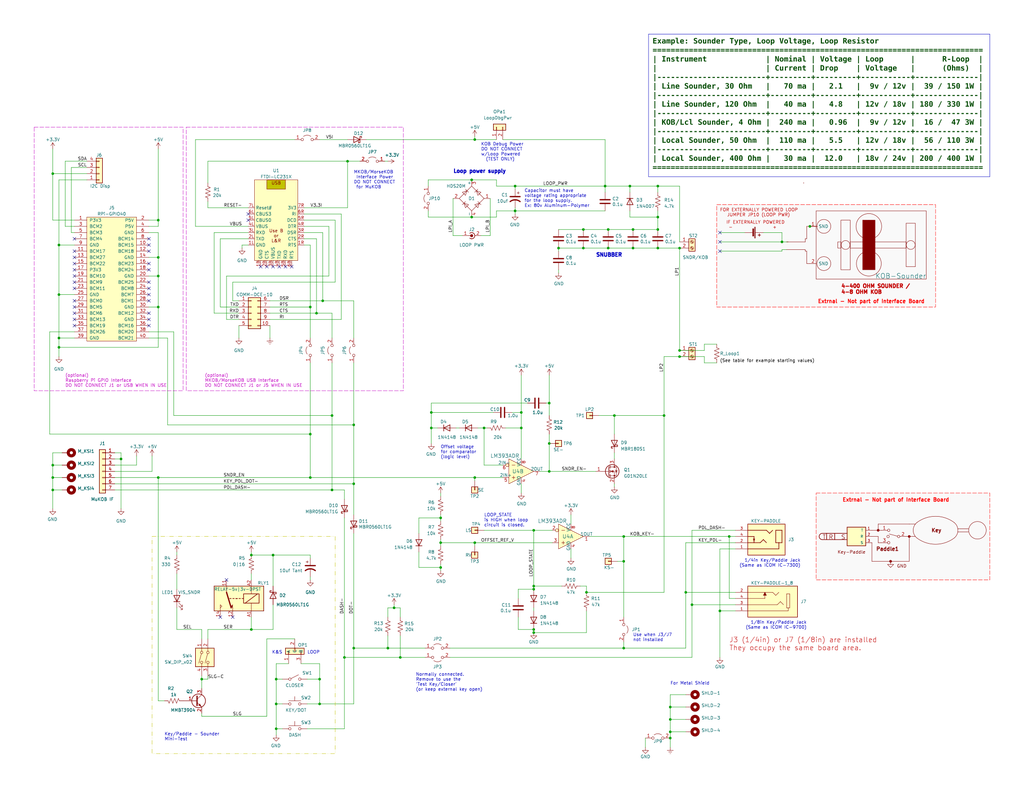
<source format=kicad_sch>
(kicad_sch (version 20230121) (generator eeschema)
  (paper "User" 419.1 323.85)
  (title_block (title "MuKOB / RPi / USB - KOB/Key/Paddle&Sounder IF MkIV") (date "2024-05-01") (rev "1") (company "Silky-Design (AESilky)") (comment 1 "Copyright 2023-24 AESilky") (comment 3 "Ref: PiKOB Prototype Hat; Gregory Raven (2022)") (comment 4 "Ref: MorseKOB Loop Interface; Les Kerr (2007)"))
  (lib_symbols
    (symbol "AES_Library:AES-FTDI_LC231X_USB_FullUART_Module"
      (property "Reference" "U" (at 0 1.27 0))
      (property "Value" "FTDI-LC231X" (at 0 -5.08 0))
      (symbol "AES-FTDI_LC231X_USB_FullUART_Module_1_1"
        (text "USB" (at 0 -1.27 0) (effects (font (size 1.27 1.27))))
        (text "Use B\nor\nL&R" (at 0 -22.86 0) (effects (font (size 1.27 1.27))))
        (pin power_out line (at -6.35 -35.56 90) (length 2.54) (name "GND") (number "1B"))
        (pin power_out line (at -11.43 -26.67 0) (length 2.54) (name "GND") (number "1L"))
        (pin output line (at 11.43 -26.67 180) (length 2.54) (name "RTS") (number "1R"))
        (pin input line (at -3.81 -35.56 90) (length 2.54) (name "CTS") (number "2B"))
        (pin output line (at -11.43 -24.13 0) (length 2.54) (name "TXD") (number "2L"))
        (pin input line (at 11.43 -24.13 180) (length 2.54) (name "CTS") (number "2R"))
        (pin power_out line (at -1.27 -35.56 90) (length 2.54) (name "VBUS") (number "3B"))
        (pin input line (at -11.43 -21.59 0) (length 2.54) (name "RXD") (number "3L"))
        (pin input line (at 11.43 -21.59 180) (length 2.54) (name "DSR") (number "3R"))
        (pin output line (at 1.27 -35.56 90) (length 2.54) (name "TXD") (number "4B"))
        (pin power_out line (at -11.43 -19.05 0) (length 2.54) (name "VBUS") (number "4L"))
        (pin output line (at 11.43 -19.05 180) (length 2.54) (name "DTR") (number "4R"))
        (pin input line (at 3.81 -35.56 90) (length 2.54) (name "RXD") (number "5B"))
        (pin unspecified line (at -11.43 -16.51 0) (length 2.54) (name "CBUS0") (number "5L"))
        (pin input line (at 11.43 -16.51 180) (length 2.54) (name "DCD") (number "5R"))
        (pin output line (at 6.35 -35.56 90) (length 2.54) (name "RTS") (number "6B"))
        (pin unspecified line (at -11.43 -13.97 0) (length 2.54) (name "CBUS3") (number "6L"))
        (pin input line (at 11.43 -13.97 180) (length 2.54) (name "RI") (number "6R"))
        (pin input line (at -11.43 -11.43 0) (length 2.54) (name "Reset#") (number "7L"))
        (pin power_out line (at 11.43 -11.43 180) (length 2.54) (name "3V3") (number "7R"))
      )
    )
    (symbol "AES_Library:AES-LM393DR-dk_Linear-Comparators" (pin_names (offset 0))
      (property "Reference" "U" (at -3.81 6.35 0))
      (property "Value" "AES-LM393DR-dk_Linear-Comparators" (at 2.54 -5.08 0))
      (symbol "AES-LM393DR-dk_Linear-Comparators_1_1"
        (pin output line (at 7.62 0 180) (length 2.54) (name "1OUT") (number "1"))
        (pin input line (at -7.62 2.54 0) (length 1.27) (name "~") (number "2"))
        (pin input line (at -7.62 -2.54 0) (length 2.54) (name "~") (number "3"))
        (pin power_in line (at 0 -5.08 90) (length 2.54) (name "GND") (number "4"))
        (pin power_in line (at 0 5.08 270) (length 2.54) (name "VCC") (number "8"))
      )
      (symbol "AES-LM393DR-dk_Linear-Comparators_2_1"
        (pin power_in line (at 0 -5.08 90) (length 2.54) (name "GND") (number "4"))
        (pin input line (at -7.62 -2.54 0) (length 2.54) (name "2IN+") (number "5"))
        (pin input line (at -7.62 2.54 0) (length 1.27) (name "2IN-") (number "6"))
        (pin output line (at 7.62 0 180) (length 2.54) (name "2OUT") (number "7"))
        (pin power_in line (at 0 5.08 270) (length 2.54) (name "VCC") (number "8"))
      )
    )
    (symbol "AES_Library:AES-OX40HAT" (pin_names (offset 1.016))
      (property "Reference" "J" (at 8.89 2.54 0))
      (property "Value" "AES-OX40HAT" (at 0 2.54 0))
      (symbol "AES-OX40HAT_1_1"
        (pin bidirectional line (at -15.24 0 0) (length 5.08) (name "P3V3") (number "1"))
        (pin bidirectional line (at 15.24 -10.16 180) (length 5.08) (name "BCM15") (number "10"))
        (pin bidirectional line (at -15.24 -12.7 0) (length 5.08) (name "BCM17") (number "11"))
        (pin bidirectional line (at 15.24 -12.7 180) (length 5.08) (name "BCM18") (number "12"))
        (pin bidirectional line (at -15.24 -15.24 0) (length 5.08) (name "BCM27") (number "13"))
        (pin bidirectional line (at 15.24 -15.24 180) (length 5.08) (name "GND") (number "14"))
        (pin bidirectional line (at -15.24 -17.78 0) (length 5.08) (name "BCM22") (number "15"))
        (pin bidirectional line (at 15.24 -17.78 180) (length 5.08) (name "BCM23") (number "16"))
        (pin bidirectional line (at -15.24 -20.32 0) (length 5.08) (name "P3V3") (number "17"))
        (pin bidirectional line (at 15.24 -20.32 180) (length 5.08) (name "BCM24") (number "18"))
        (pin bidirectional line (at -15.24 -22.86 0) (length 5.08) (name "BCM10") (number "19"))
        (pin bidirectional line (at 15.24 0 180) (length 5.08) (name "P5V") (number "2"))
        (pin bidirectional line (at 15.24 -22.86 180) (length 5.08) (name "GND") (number "20"))
        (pin bidirectional line (at -15.24 -25.4 0) (length 5.08) (name "BCM9") (number "21"))
        (pin bidirectional line (at 15.24 -25.4 180) (length 5.08) (name "BCM25") (number "22"))
        (pin bidirectional line (at -15.24 -27.94 0) (length 5.08) (name "BCM11") (number "23"))
        (pin bidirectional line (at 15.24 -27.94 180) (length 5.08) (name "BCM8") (number "24"))
        (pin bidirectional line (at -15.24 -30.48 0) (length 5.08) (name "GND") (number "25"))
        (pin bidirectional line (at 15.24 -30.48 180) (length 5.08) (name "BCM7") (number "26"))
        (pin bidirectional line (at -15.24 -33.02 0) (length 5.08) (name "BCM0") (number "27"))
        (pin bidirectional line (at 15.24 -33.02 180) (length 5.08) (name "BCM1") (number "28"))
        (pin bidirectional line (at -15.24 -35.56 0) (length 5.08) (name "BCM5") (number "29"))
        (pin bidirectional line (at -15.24 -2.54 0) (length 5.08) (name "BCM2") (number "3"))
        (pin bidirectional line (at 15.24 -35.56 180) (length 5.08) (name "GND") (number "30"))
        (pin bidirectional line (at -15.24 -38.1 0) (length 5.08) (name "BCM6") (number "31"))
        (pin bidirectional line (at 15.24 -38.1 180) (length 5.08) (name "BCM12") (number "32"))
        (pin bidirectional line (at -15.24 -40.64 0) (length 5.08) (name "BCM13") (number "33"))
        (pin bidirectional line (at 15.24 -40.64 180) (length 5.08) (name "GND") (number "34"))
        (pin bidirectional line (at -15.24 -43.18 0) (length 5.08) (name "BCM19") (number "35"))
        (pin bidirectional line (at 15.24 -43.18 180) (length 5.08) (name "BCM16") (number "36"))
        (pin bidirectional line (at -15.24 -45.72 0) (length 5.08) (name "BCM26") (number "37"))
        (pin bidirectional line (at 15.24 -45.72 180) (length 5.08) (name "BCM20") (number "38"))
        (pin bidirectional line (at -15.24 -48.26 0) (length 5.08) (name "GND") (number "39"))
        (pin bidirectional line (at 15.24 -2.54 180) (length 5.08) (name "P5V") (number "4"))
        (pin bidirectional line (at 15.24 -48.26 180) (length 5.08) (name "BCM21") (number "40"))
        (pin bidirectional line (at -15.24 -5.08 0) (length 5.08) (name "BCM3") (number "5"))
        (pin bidirectional line (at 15.24 -5.08 180) (length 5.08) (name "GND") (number "6"))
        (pin bidirectional line (at -15.24 -7.62 0) (length 5.08) (name "BCM4") (number "7"))
        (pin bidirectional line (at 15.24 -7.62 180) (length 5.08) (name "BCM14") (number "8"))
        (pin bidirectional line (at -15.24 -10.16 0) (length 5.08) (name "GND") (number "9"))
      )
    )
    (symbol "AES_Library:AES-Option_A-B"
      (property "Reference" "OP" (at 0 0 0))
      (symbol "AES-Option_A-B_1_0"
        (pin passive line (at 5.08 -5.08 180) (length 3.81) (name "C") (number "2"))
      )
      (symbol "AES-Option_A-B_1_1"
        (pin passive line (at -5.08 -2.54 0) (length 3.81) (name "A") (number "1"))
        (pin passive line (at -5.08 -7.62 0) (length 3.81) (name "B") (number "3"))
      )
    )
    (symbol "AES_Library:CUI_SJ-63063B-14TRS-audio-jack" (pin_names (offset 1.016))
      (property "Reference" "J" (at -7.62 5.842 0))
      (property "Value" "CUI-SJ-63063B" (at -7.62 -8.382 0))
      (symbol "CUI_SJ-63063B-14TRS-audio-jack_0_0"
        (pin passive line (at 12.7 2.54 180) (length 5.08) (name "~") (number "1"))
        (pin passive line (at 12.7 0 180) (length 5.08) (name "~") (number "2"))
        (pin passive line (at 12.7 -5.08 180) (length 5.08) (name "~") (number "3"))
        (pin passive line (at 12.7 -2.54 180) (length 5.08) (name "~") (number "4"))
      )
    )
    (symbol "AES_Library:CUI_SJ1-3534NG-audio-jack" (pin_names (offset 1.016))
      (property "Reference" "J" (at -10.16 6.35 0))
      (property "Value" "CUI_SJ1-3534NG" (at -10.16 -10.16 0))
      (symbol "CUI_SJ1-3534NG-audio-jack_0_0"
        (pin passive line (at 15.24 2.54 180) (length 5.08) (name "~") (number "1"))
        (pin passive line (at 15.24 -5.08 180) (length 5.08) (name "~") (number "2"))
        (pin passive line (at 15.24 0 180) (length 5.08) (name "~") (number "3"))
        (pin passive line (at 15.24 -2.54 180) (length 5.08) (name "~") (number "4"))
      )
    )
    (symbol "Audio-Plug-TRS:SP-TRS" (pin_names (offset 1.016))
      (property "Reference" "J-SP" (at 3.81 3.81 0))
      (property "Value" "SP-TRS" (at 2.54 -5.08 0))
      (symbol "SP-TRS_0_0"
        (text "R" (at 17.78 -1.27 0) (effects (font (size 1.778 1.778)) (justify right bottom)))
        (text "S" (at 12.7 -1.27 0) (effects (font (size 1.778 1.778)) (justify right bottom)))
        (text "T" (at 20.32 -1.27 0) (effects (font (size 1.778 1.778)) (justify right bottom)))
        (pin passive line (at 0 2.54 0) (length 2.54) (name "T") (number "1"))
        (pin passive line (at 0 0 0) (length 2.54) (name "R") (number "2"))
        (pin passive line (at 0 -2.54 0) (length 2.54) (name "S") (number "3"))
      )
    )
    (symbol "Connector:Conn_Coaxial_Power" (pin_names (offset 1.016) hide)
      (property "Reference" "J" (at -5.08 -1.27 90))
      (property "Value" "Conn_Coaxial_Power" (at -3.175 -1.27 90))
      (symbol "Conn_Coaxial_Power_1_1"
        (pin passive line (at 0 2.54 270) (length 2.54) (name "In") (number "1"))
        (pin passive line (at 0 -5.08 90) (length 2.54) (name "Ext") (number "2"))
      )
    )
    (symbol "Connector:Screw_Terminal_01x02" (pin_names (offset 1.016) hide)
      (property "Reference" "J" (at 0 2.54 0))
      (property "Value" "Screw_Terminal_01x02" (at 0 -5.08 0))
      (symbol "Screw_Terminal_01x02_1_1"
        (pin passive line (at -5.08 0 0) (length 3.81) (name "Pin_1") (number "1"))
        (pin passive line (at -5.08 -2.54 0) (length 3.81) (name "Pin_2") (number "2"))
      )
    )
    (symbol "Connector_Generic:Conn_01x02" (pin_names (offset 1.016) hide)
      (property "Reference" "J" (at 0 2.54 0))
      (property "Value" "Conn_01x02" (at 0 -5.08 0))
      (symbol "Conn_01x02_1_1"
        (pin passive line (at -5.08 0 0) (length 3.81) (name "Pin_1") (number "1"))
        (pin passive line (at -5.08 -2.54 0) (length 3.81) (name "Pin_2") (number "2"))
      )
    )
    (symbol "Connector_Generic:Conn_01x04" (pin_names (offset 1.016) hide)
      (property "Reference" "J" (at 0 5.08 0))
      (property "Value" "Conn_01x04" (at 0 -7.62 0))
      (symbol "Conn_01x04_1_1"
        (pin passive line (at -5.08 2.54 0) (length 3.81) (name "Pin_1") (number "1"))
        (pin passive line (at -5.08 0 0) (length 3.81) (name "Pin_2") (number "2"))
        (pin passive line (at -5.08 -2.54 0) (length 3.81) (name "Pin_3") (number "3"))
        (pin passive line (at -5.08 -5.08 0) (length 3.81) (name "Pin_4") (number "4"))
      )
    )
    (symbol "Connector_Generic:Conn_01x07" (pin_names (offset 1.016) hide)
      (property "Reference" "J" (at 0 10.16 0))
      (property "Value" "Conn_01x07" (at 0 -10.16 0))
      (symbol "Conn_01x07_1_1"
        (pin passive line (at -5.08 7.62 0) (length 3.81) (name "Pin_1") (number "1"))
        (pin passive line (at -5.08 5.08 0) (length 3.81) (name "Pin_2") (number "2"))
        (pin passive line (at -5.08 2.54 0) (length 3.81) (name "Pin_3") (number "3"))
        (pin passive line (at -5.08 0 0) (length 3.81) (name "Pin_4") (number "4"))
        (pin passive line (at -5.08 -2.54 0) (length 3.81) (name "Pin_5") (number "5"))
        (pin passive line (at -5.08 -5.08 0) (length 3.81) (name "Pin_6") (number "6"))
        (pin passive line (at -5.08 -7.62 0) (length 3.81) (name "Pin_7") (number "7"))
      )
    )
    (symbol "Connector_Generic:Conn_02x05_Top_Bottom" (pin_names (offset 1.016) hide)
      (property "Reference" "J" (at 1.27 7.62 0))
      (property "Value" "Conn_02x05_Top_Bottom" (at 1.27 -7.62 0))
      (symbol "Conn_02x05_Top_Bottom_1_1"
        (pin passive line (at -5.08 5.08 0) (length 3.81) (name "Pin_1") (number "1"))
        (pin passive line (at 7.62 -5.08 180) (length 3.81) (name "Pin_10") (number "10"))
        (pin passive line (at -5.08 2.54 0) (length 3.81) (name "Pin_2") (number "2"))
        (pin passive line (at -5.08 0 0) (length 3.81) (name "Pin_3") (number "3"))
        (pin passive line (at -5.08 -2.54 0) (length 3.81) (name "Pin_4") (number "4"))
        (pin passive line (at -5.08 -5.08 0) (length 3.81) (name "Pin_5") (number "5"))
        (pin passive line (at 7.62 5.08 180) (length 3.81) (name "Pin_6") (number "6"))
        (pin passive line (at 7.62 2.54 180) (length 3.81) (name "Pin_7") (number "7"))
        (pin passive line (at 7.62 0 180) (length 3.81) (name "Pin_8") (number "8"))
        (pin passive line (at 7.62 -2.54 180) (length 3.81) (name "Pin_9") (number "9"))
      )
    )
    (symbol "Device:Battery_Cell" (pin_numbers hide) (pin_names (offset 0) hide)
      (property "Reference" "BT" (at 2.54 2.54 0))
      (property "Value" "Battery_Cell" (at 2.54 0 0))
      (symbol "Battery_Cell_1_1"
        (pin passive line (at 0 5.08 270) (length 2.54) (name "+") (number "1"))
        (pin passive line (at 0 -2.54 90) (length 2.54) (name "-") (number "2"))
      )
    )
    (symbol "Device:C" (pin_numbers hide) (pin_names (offset 0.254))
      (property "Reference" "C" (at 0.635 2.54 0))
      (property "Value" "C" (at 0.635 -2.54 0))
      (symbol "C_1_1"
        (pin passive line (at 0 3.81 270) (length 2.794) (name "~") (number "1"))
        (pin passive line (at 0 -3.81 90) (length 2.794) (name "~") (number "2"))
      )
    )
    (symbol "Device:C_Polarized_US" (pin_numbers hide) (pin_names (offset 0.254) hide)
      (property "Reference" "C" (at 0.635 2.54 0))
      (property "Value" "C_Polarized_US" (at 0.635 -2.54 0))
      (symbol "C_Polarized_US_1_1"
        (pin passive line (at 0 3.81 270) (length 2.794) (name "~") (number "1"))
        (pin passive line (at 0 -3.81 90) (length 3.302) (name "~") (number "2"))
      )
    )
    (symbol "Device:LED" (pin_numbers hide) (pin_names (offset 1.016) hide)
      (property "Reference" "D" (at 0 2.54 0))
      (property "Value" "LED" (at 0 -2.54 0))
      (symbol "LED_1_1"
        (pin passive line (at -3.81 0 0) (length 2.54) (name "K") (number "1"))
        (pin passive line (at 3.81 0 180) (length 2.54) (name "A") (number "2"))
      )
    )
    (symbol "Device:R_US" (pin_numbers hide) (pin_names (offset 0))
      (property "Reference" "R" (at 2.54 0 90))
      (property "Value" "R_US" (at -2.54 0 90))
      (symbol "R_US_1_1"
        (pin passive line (at 0 3.81 270) (length 1.27) (name "~") (number "1"))
        (pin passive line (at 0 -3.81 90) (length 1.27) (name "~") (number "2"))
      )
    )
    (symbol "Diode:1N4004" (pin_numbers hide) (pin_names hide)
      (property "Reference" "D" (at 0 2.54 0))
      (property "Value" "1N4004" (at 0 -2.54 0))
      (symbol "1N4004_1_1"
        (pin passive line (at -3.81 0 0) (length 2.54) (name "K") (number "1"))
        (pin passive line (at 3.81 0 180) (length 2.54) (name "A") (number "2"))
      )
    )
    (symbol "Diode:MBR0560" (pin_numbers hide) (pin_names (offset 1.016) hide)
      (property "Reference" "D" (at 0 2.54 0))
      (property "Value" "MBR0560" (at 0 -2.54 0))
      (symbol "MBR0560_1_1"
        (pin passive line (at -3.81 0 0) (length 2.54) (name "K") (number "1"))
        (pin passive line (at 3.81 0 180) (length 2.54) (name "A") (number "2"))
      )
    )
    (symbol "Diode:MBR0580" (pin_numbers hide) (pin_names (offset 1.016) hide)
      (property "Reference" "D" (at 0 2.54 0))
      (property "Value" "MBR0580" (at 0 -2.54 0))
      (symbol "MBR0580_1_1"
        (pin passive line (at -3.81 0 0) (length 2.54) (name "K") (number "1"))
        (pin passive line (at 3.81 0 180) (length 2.54) (name "A") (number "2"))
      )
    )
    (symbol "Diode_Bridge:MB2S" (pin_names (offset 0))
      (property "Reference" "D" (at 2.54 6.985 0))
      (property "Value" "MB2S" (at 2.54 5.08 0))
      (symbol "MB2S_1_1"
        (pin passive line (at 0 -7.62 90) (length 2.54) (name "~") (number "1"))
        (pin passive line (at 0 7.62 270) (length 2.54) (name "~") (number "2"))
        (pin passive line (at 7.62 0 180) (length 2.54) (name "+") (number "3"))
        (pin passive line (at -7.62 0 0) (length 2.54) (name "-") (number "4"))
      )
    )
    (symbol "Jumper:Jumper_2_Open" (pin_names (offset 0) hide)
      (property "Reference" "JP" (at 0 2.794 0))
      (property "Value" "Jumper_2_Open" (at 0 -2.286 0))
      (symbol "Jumper_2_Open_1_1"
        (pin passive line (at -5.08 0 0) (length 2.54) (name "A") (number "1"))
        (pin passive line (at 5.08 0 180) (length 2.54) (name "B") (number "2"))
      )
    )
    (symbol "Key-Telegraph_1" (pin_numbers hide) (pin_names (offset 1.016) hide)
      (property "Reference" "U" (at -2.159 -3.683 0))
      (property "Value" "Key-Telegraph" (at -0.635 0.127 0))
      (symbol "Key-Telegraph_1_1_1"
        (pin input line (at -11.43 2.54 0) (length 2.54) (name "KEY") (number "1"))
        (pin input line (at -11.43 -2.54 0) (length 2.54) (name "KEY") (number "2"))
      )
    )
    (symbol "Mechanical:MountingHole_Pad" (pin_numbers hide) (pin_names (offset 1.016) hide)
      (property "Reference" "H" (at 0 6.35 0))
      (property "Value" "MountingHole_Pad" (at 0 4.445 0))
      (symbol "MountingHole_Pad_1_1"
        (pin input line (at 0 -2.54 90) (length 2.54) (name "1") (number "1"))
      )
    )
    (symbol "Relay:FINDER-36.11"
      (property "Reference" "K" (at 11.43 3.81 0))
      (property "Value" "FINDER-36.11" (at 11.43 1.27 0))
      (symbol "FINDER-36.11_1_1"
        (pin passive line (at 5.08 -7.62 90) (length 2.54) (name "~") (number "11"))
        (pin passive line (at 2.54 7.62 270) (length 2.54) (name "~") (number "12"))
        (pin passive line (at 7.62 7.62 270) (length 2.54) (name "~") (number "14"))
        (pin passive line (at -5.08 7.62 270) (length 2.54) (name "~") (number "A1"))
        (pin passive line (at -5.08 -7.62 90) (length 2.54) (name "~") (number "A2"))
      )
    )
    (symbol "Switch:SW_DIP_x02" (pin_names (offset 0) hide)
      (property "Reference" "SW" (at 0 6.35 0))
      (property "Value" "SW_DIP_x02" (at 0 -3.81 0))
      (symbol "SW_DIP_x02_1_1"
        (pin passive line (at -7.62 2.54 0) (length 5.08) (name "~") (number "1"))
        (pin passive line (at -7.62 0 0) (length 5.08) (name "~") (number "2"))
        (pin passive line (at 7.62 0 180) (length 5.08) (name "~") (number "3"))
        (pin passive line (at 7.62 2.54 180) (length 5.08) (name "~") (number "4"))
      )
    )
    (symbol "Switch:SW_Push" (pin_numbers hide) (pin_names (offset 1.016) hide)
      (property "Reference" "SW" (at 1.27 2.54 0))
      (property "Value" "SW_Push" (at 0 -1.524 0))
      (symbol "SW_Push_0_1"
        (pin passive line (at -5.08 0 0) (length 2.54) (name "1") (number "1"))
        (pin passive line (at 5.08 0 180) (length 2.54) (name "2") (number "2"))
      )
    )
    (symbol "Switch:SW_SPDT_MSM" (pin_names (offset 0) hide)
      (property "Reference" "SW" (at 0 5.08 0))
      (property "Value" "SW_SPDT_MSM" (at 0 -5.08 0))
      (symbol "SW_SPDT_MSM_1_1"
        (pin passive line (at 5.08 2.54 180) (length 2.54) (name "1") (number "1"))
        (pin passive line (at -5.08 0 0) (length 2.54) (name "2") (number "2"))
        (pin passive line (at 5.08 -2.54 180) (length 2.54) (name "3") (number "3"))
      )
    )
    (symbol "Switch:SW_SPST" (pin_numbers hide) (pin_names (offset 0) hide)
      (property "Reference" "SW" (at 0 3.175 0))
      (property "Value" "SW_SPST" (at 0 -2.54 0))
      (symbol "SW_SPST_1_1"
        (pin passive line (at -5.08 0 0) (length 2.54) (name "A") (number "1"))
        (pin passive line (at 5.08 0 180) (length 2.54) (name "B") (number "2"))
      )
    )
    (symbol "Test_point_Jump:TP_01" (pin_numbers hide) (pin_names (offset 0) hide)
      (property "Reference" "TP" (at 0 2.54 0))
      (property "Value" "Test_Point_01" (at 0 -2.54 0))
      (symbol "TP_01_1_1"
        (pin passive line (at -3.81 0 0) (length 3.81) (name "Pin_1") (number "1"))
      )
    )
    (symbol "Transistor_BJT:MMBT3904" (pin_names (offset 0) hide)
      (property "Reference" "Q" (at 5.08 1.905 0))
      (property "Value" "MMBT3904" (at 5.08 0 0))
      (symbol "MMBT3904_1_1"
        (pin input line (at -5.08 0 0) (length 5.715) (name "B") (number "1"))
        (pin passive line (at 2.54 -5.08 90) (length 2.54) (name "E") (number "2"))
        (pin passive line (at 2.54 5.08 270) (length 2.54) (name "C") (number "3"))
      )
    )
    (symbol "Transistor_FET:2N7002" (pin_names hide)
      (property "Reference" "Q" (at 5.08 1.905 0))
      (property "Value" "2N7002" (at 5.08 0 0))
      (symbol "2N7002_1_1"
        (pin input line (at -5.08 0 0) (length 2.54) (name "G") (number "1"))
        (pin passive line (at 2.54 -5.08 90) (length 2.54) (name "S") (number "2"))
        (pin passive line (at 2.54 5.08 270) (length 2.54) (name "D") (number "3"))
      )
    )
    (symbol "power:+3.3V" (power) (pin_names (offset 0))
      (property "Value" "+3.3V" (at 0 3.556 0))
      (symbol "+3.3V_1_1"
        (pin power_in line (at 0 0 90) (length 0) hide (name "+3.3V") (number "1"))
      )
    )
    (symbol "power:+5V" (power) (pin_names (offset 0))
      (property "Value" "+5V" (at 0 3.556 0))
      (symbol "+5V_1_1"
        (pin power_in line (at 0 0 90) (length 0) hide (name "+5V") (number "1"))
      )
    )
    (symbol "power:Earth" (power) (pin_names (offset 0))
      (symbol "Earth_1_1"
        (pin power_in line (at 0 0 270) (length 0) hide (name "Earth") (number "1"))
      )
    )
    (symbol "power:GND" (power) (pin_names (offset 0))
      (property "Value" "GND" (at 0 -3.81 0))
      (symbol "GND_1_1"
        (pin power_in line (at 0 0 270) (length 0) hide (name "GND") (number "1"))
      )
    )
    (symbol "rpikobhat-rescue:Sounder-Telegraph" (pin_names (offset 1.016))
      (property "Reference" "U" (at 7.62 10.16 0))
      (property "Value" "Sounder-Telegraph" (at 13.97 -11.43 0))
      (symbol "Sounder-Telegraph_1_1"
        (pin input line (at -24.13 7.62 0) (length 2.54) (name "SND") (number "1"))
        (pin input line (at -24.13 -7.62 0) (length 2.54) (name "SND") (number "2"))
      )
    )
  )
  (junction (at 127 195.58))
  (junction (at 224.79 165.1))
  (junction (at 259.08 93.98))
  (junction (at 64.77 125.73))
  (junction (at 163.83 269.24))
  (junction (at 257.81 76.2))
  (junction (at 331.47 92.71))
  (junction (at 269.24 88.9))
  (junction (at 255.27 229.87))
  (junction (at 130.81 278.13))
  (junction (at 82.55 278.13))
  (junction (at 64.77 113.03))
  (junction (at 24.13 138.43))
  (junction (at 278.13 143.51))
  (junction (at 259.08 101.6))
  (junction (at 251.46 170.18))
  (junction (at 271.78 170.18))
  (junction (at 218.44 257.81))
  (junction (at 21.59 200.66))
  (junction (at 278.13 101.6))
  (junction (at 130.81 288.29))
  (junction (at 161.29 248.92))
  (junction (at 111.76 227.33))
  (junction (at 359.41 217.17) (color 132 0 0 1))
  (junction (at 64.77 195.58))
  (junction (at 218.44 259.08))
  (junction (at 180.34 222.25))
  (junction (at 193.04 88.9))
  (junction (at 269.24 93.98))
  (junction (at 129.54 128.27))
  (junction (at 269.24 101.6))
  (junction (at 135.89 200.66))
  (junction (at 238.76 101.6))
  (junction (at 144.78 265.43))
  (junction (at 142.24 66.04))
  (junction (at 194.31 222.25))
  (junction (at 274.32 289.56))
  (junction (at 193.04 73.66))
  (junction (at 224.79 181.61))
  (junction (at 21.59 71.12))
  (junction (at 224.79 193.04))
  (junction (at 320.04 99.06))
  (junction (at 278.13 146.05))
  (junction (at 210.82 76.2))
  (junction (at 24.13 100.33))
  (junction (at 113.03 298.45))
  (junction (at 127 177.8))
  (junction (at 218.44 217.17))
  (junction (at 21.59 190.5))
  (junction (at 364.49 229.87) (color 132 0 0 1))
  (junction (at 218.44 241.3))
  (junction (at 274.32 294.64))
  (junction (at 283.21 247.65))
  (junction (at 180.34 212.09))
  (junction (at 210.82 86.36))
  (junction (at 49.53 187.96))
  (junction (at 194.31 57.15))
  (junction (at 248.92 93.98))
  (junction (at 255.27 219.71))
  (junction (at 113.03 278.13))
  (junction (at 64.77 90.17))
  (junction (at 213.36 175.26))
  (junction (at 298.45 219.71))
  (junction (at 144.78 173.99))
  (junction (at 228.6 101.6))
  (junction (at 140.97 269.24))
  (junction (at 176.53 168.91))
  (junction (at 372.11 219.71) (color 132 0 0 1))
  (junction (at 294.64 250.19))
  (junction (at 180.34 232.41))
  (junction (at 194.31 195.58))
  (junction (at 274.32 299.72))
  (junction (at 218.44 240.03))
  (junction (at 135.89 170.18))
  (junction (at 198.12 175.26))
  (junction (at 158.75 265.43))
  (junction (at 24.13 120.65))
  (junction (at 280.67 242.57))
  (junction (at 64.77 105.41))
  (junction (at 144.78 198.12))
  (junction (at 113.03 288.29))
  (junction (at 269.24 76.2))
  (junction (at 102.87 257.81))
  (junction (at 127 125.73))
  (junction (at 238.76 93.98))
  (junction (at 248.92 101.6))
  (junction (at 132.08 123.19))
  (junction (at 24.13 142.24))
  (junction (at 255.27 265.43))
  (junction (at 21.59 195.58))
  (junction (at 102.87 227.33))
  (junction (at 176.53 175.26))
  (junction (at 247.65 76.2))
  (junction (at 213.36 168.91))
  (junction (at 274.32 302.26))
  (junction (at 240.03 242.57))
  (no_connect (at 114.3 109.22))
  (no_connect (at 60.96 120.65))
  (no_connect (at 294.64 102.87))
  (no_connect (at 60.96 115.57))
  (no_connect (at 101.6 87.63))
  (no_connect (at 101.6 90.17))
  (no_connect (at 60.96 118.11))
  (no_connect (at 109.22 109.22))
  (no_connect (at 294.64 95.25))
  (no_connect (at 30.48 102.87))
  (no_connect (at 30.48 130.81))
  (no_connect (at 60.96 128.27))
  (no_connect (at 30.48 97.79))
  (no_connect (at 30.48 107.95))
  (no_connect (at 60.96 102.87))
  (no_connect (at 60.96 123.19))
  (no_connect (at 111.76 109.22))
  (no_connect (at 95.25 252.73))
  (no_connect (at 60.96 130.81))
  (no_connect (at 30.48 113.03))
  (no_connect (at 60.96 133.35))
  (no_connect (at 30.48 125.73))
  (no_connect (at 60.96 97.79))
  (no_connect (at 30.48 123.19))
  (no_connect (at 60.96 107.95))
  (no_connect (at 30.48 110.49))
  (no_connect (at 116.84 109.22))
  (no_connect (at 30.48 128.27))
  (no_connect (at 294.64 99.06))
  (no_connect (at 90.17 252.73))
  (no_connect (at 60.96 100.33))
  (no_connect (at 106.68 109.22))
  (no_connect (at 119.38 109.22))
  (no_connect (at 30.48 115.57))
  (no_connect (at 30.48 133.35))
  (no_connect (at 30.48 118.11))
  (no_connect (at 30.48 105.41))
  (no_connect (at 60.96 110.49))
  (no_connect (at 92.71 237.49))
  (wire (pts (xy 212.09 252.73) (xy 212.09 257.81)))
  (wire (pts (xy 248.92 93.98) (xy 259.08 93.98)))
  (wire (pts (xy 60.96 113.03) (xy 64.77 113.03)))
  (wire (pts (xy 193.04 88.9) (xy 203.2 88.9)))
  (wire (pts (xy 24.13 138.43) (xy 30.48 138.43)))
  (wire (pts (xy 274.32 289.56) (xy 280.67 289.56)))
  (wire (pts (xy 180.34 220.98) (xy 180.34 222.25)))
  (wire (pts (xy 210.82 86.36) (xy 247.65 86.36)))
  (wire (pts (xy 101.6 97.79) (xy 90.17 97.79)))
  (wire (pts (xy 102.87 252.73) (xy 102.87 257.81)))
  (wire (pts (xy 238.76 101.6) (xy 248.92 101.6)))
  (wire (pts (xy 210.82 76.2) (xy 210.82 77.47)))
  (wire (pts (xy 180.34 222.25) (xy 194.31 222.25)))
  (wire (pts (xy 269.24 76.2) (xy 269.24 78.74)))
  (wire (pts (xy 359.41 222.25) (xy 359.41 219.71)) (stroke (width 0) (color 132 0 0 1)))
  (wire (pts (xy 278.13 76.2) (xy 269.24 76.2)))
  (wire (pts (xy 271.78 146.05) (xy 278.13 146.05)))
  (wire (pts (xy 82.55 276.86) (xy 82.55 278.13)))
  (wire (pts (xy 62.23 193.04) (xy 46.99 193.04)))
  (wire (pts (xy 97.79 128.27) (xy 87.63 128.27)))
  (wire (pts (xy 68.58 173.99) (xy 144.78 173.99)))
  (wire (pts (xy 92.71 130.81) (xy 97.79 130.81)))
  (wire (pts (xy 331.47 92.71) (xy 330.2 92.71)) (stroke (width 0) (color 132 0 0 1)))
  (wire (pts (xy 264.16 302.26) (xy 264.16 306.07)))
  (wire (pts (xy 210.82 76.2) (xy 247.65 76.2)))
  (wire (pts (xy 283.21 217.17) (xy 283.21 247.65)))
  (wire (pts (xy 139.7 87.63) (xy 124.46 87.63)))
  (wire (pts (xy 71.12 135.89) (xy 71.12 170.18)))
  (wire (pts (xy 82.55 293.37) (xy 109.22 293.37)))
  (wire (pts (xy 176.53 165.1) (xy 176.53 168.91)))
  (wire (pts (xy 60.96 138.43) (xy 68.58 138.43)))
  (wire (pts (xy 294.64 224.79) (xy 294.64 250.19)))
  (wire (pts (xy 21.59 185.42) (xy 21.59 190.5)))
  (wire (pts (xy 320.04 99.06) (xy 322.58 99.06)))
  (wire (pts (xy 248.92 101.6) (xy 259.08 101.6)))
  (wire (pts (xy 46.99 187.96) (xy 49.53 187.96)))
  (wire (pts (xy 255.27 219.71) (xy 255.27 229.87)))
  (wire (pts (xy 102.87 257.81) (xy 111.76 257.81)))
  (wire (pts (xy 257.81 86.36) (xy 257.81 88.9)))
  (wire (pts (xy 24.13 73.66) (xy 24.13 100.33)))
  (wire (pts (xy 215.9 165.1) (xy 176.53 165.1)))
  (wire (pts (xy 171.45 226.06) (xy 171.45 232.41)))
  (wire (pts (xy 72.39 234.95) (xy 72.39 241.3)))
  (wire (pts (xy 233.68 210.82) (xy 233.68 214.63)))
  (wire (pts (xy 99.06 100.33) (xy 101.6 100.33)))
  (wire (pts (xy 180.34 232.41) (xy 180.34 233.68)))
  (wire (pts (xy 21.59 90.17) (xy 30.48 90.17)))
  (wire (pts (xy 251.46 170.18) (xy 251.46 177.8)))
  (wire (pts (xy 113.03 298.45) (xy 113.03 288.29)))
  (wire (pts (xy 113.03 278.13) (xy 113.03 288.29)))
  (wire (pts (xy 24.13 138.43) (xy 24.13 142.24)))
  (wire (pts (xy 64.77 287.02) (xy 67.31 287.02)))
  (wire (pts (xy 21.59 200.66) (xy 21.59 208.28)))
  (wire (pts (xy 213.36 198.12) (xy 213.36 201.93)))
  (wire (pts (xy 97.79 133.35) (xy 97.79 138.43)))
  (wire (pts (xy 124.46 92.71) (xy 134.62 92.71)))
  (wire (pts (xy 144.78 138.43) (xy 144.78 123.19)))
  (wire (pts (xy 176.53 175.26) (xy 179.07 175.26)))
  (wire (pts (xy 21.59 200.66) (xy 25.4 200.66)))
  (wire (pts (xy 294.64 250.19) (xy 294.64 269.24)))
  (wire (pts (xy 228.6 93.98) (xy 238.76 93.98)))
  (wire (pts (xy 64.77 195.58) (xy 64.77 287.02)))
  (wire (pts (xy 171.45 218.44) (xy 171.45 212.09)))
  (wire (pts (xy 55.88 186.69) (xy 55.88 190.5)))
  (wire (pts (xy 372.11 214.63) (xy 359.41 214.63)) (stroke (width 0) (color 132 0 0 1)))
  (wire (pts (xy 364.49 229.87) (xy 372.11 229.87)) (stroke (width 0) (color 132 0 0 1)))
  (wire (pts (xy 274.32 289.56) (xy 274.32 294.64)))
  (wire (pts (xy 212.09 257.81) (xy 218.44 257.81)))
  (wire (pts (xy 60.96 125.73) (xy 64.77 125.73)))
  (wire (pts (xy 224.79 193.04) (xy 243.84 193.04)))
  (wire (pts (xy 26.67 66.04) (xy 35.56 66.04)))
  (wire (pts (xy 24.13 142.24) (xy 24.13 146.05)))
  (wire (pts (xy 251.46 198.12) (xy 251.46 199.39)))
  (wire (pts (xy 194.31 222.25) (xy 194.31 223.52)))
  (wire (pts (xy 252.73 229.87) (xy 255.27 229.87)))
  (wire (pts (xy 157.48 66.04) (xy 158.75 66.04)))
  (wire (pts (xy 144.78 148.59) (xy 144.78 173.99)))
  (wire (pts (xy 62.23 186.69) (xy 62.23 193.04)))
  (wire (pts (xy 134.62 113.03) (xy 134.62 92.71)))
  (wire (pts (xy 200.66 81.28) (xy 200.66 96.52)))
  (wire (pts (xy 113.03 298.45) (xy 115.57 298.45)))
  (wire (pts (xy 185.42 96.52) (xy 189.23 96.52)))
  (wire (pts (xy 240.03 240.03) (xy 240.03 242.57)))
  (wire (pts (xy 283.21 247.65) (xy 283.21 269.24)))
  (wire (pts (xy 251.46 170.18) (xy 271.78 170.18)))
  (wire (pts (xy 135.89 138.43) (xy 135.89 128.27)))
  (wire (pts (xy 130.81 57.15) (xy 142.24 57.15)))
  (wire (pts (xy 111.76 227.33) (xy 127 227.33)))
  (wire (pts (xy 320.04 102.87) (xy 294.64 102.87)))
  (wire (pts (xy 24.13 120.65) (xy 24.13 138.43)))
  (wire (pts (xy 200.66 96.52) (xy 196.85 96.52)))
  (wire (pts (xy 247.65 76.2) (xy 257.81 76.2)))
  (wire (pts (xy 278.13 143.51) (xy 288.29 143.51)))
  (wire (pts (xy 124.46 85.09) (xy 142.24 85.09)))
  (wire (pts (xy 125.73 288.29) (xy 130.81 288.29)))
  (wire (pts (xy 220.98 193.04) (xy 224.79 193.04)))
  (wire (pts (xy 224.79 165.1) (xy 224.79 170.18)))
  (wire (pts (xy 257.81 76.2) (xy 269.24 76.2)))
  (wire (pts (xy 102.87 257.81) (xy 85.09 257.81)))
  (wire (pts (xy 329.565 102.87) (xy 329.565 102.235)) (stroke (width 0) (color 132 0 0 1)))
  (wire (pts (xy 85.09 85.09) (xy 101.6 85.09)))
  (wire (pts (xy 180.34 210.82) (xy 180.34 212.09)))
  (wire (pts (xy 218.44 240.03) (xy 229.87 240.03)))
  (wire (pts (xy 269.24 88.9) (xy 269.24 93.98)))
  (wire (pts (xy 224.79 153.67) (xy 224.79 165.1)))
  (wire (pts (xy 300.99 224.79) (xy 294.64 224.79)))
  (wire (pts (xy 184.15 265.43) (xy 255.27 265.43)))
  (wire (pts (xy 30.48 95.25) (xy 29.21 95.25)))
  (wire (pts (xy 46.99 198.12) (xy 144.78 198.12)))
  (wire (pts (xy 364.49 229.87) (xy 356.87 229.87)) (stroke (width 0) (color 132 0 0 1)))
  (wire (pts (xy 218.44 257.81) (xy 218.44 259.08)))
  (wire (pts (xy 359.41 214.63) (xy 359.41 217.17)) (stroke (width 0) (color 132 0 0 1)))
  (wire (pts (xy 171.45 232.41) (xy 180.34 232.41)))
  (wire (pts (xy 223.52 165.1) (xy 224.79 165.1)))
  (wire (pts (xy 72.39 226.06) (xy 72.39 227.33)))
  (wire (pts (xy 82.55 278.13) (xy 82.55 281.94)))
  (wire (pts (xy 118.11 271.78) (xy 113.03 271.78)))
  (wire (pts (xy 218.44 217.17) (xy 226.06 217.17)))
  (wire (pts (xy 280.67 265.43) (xy 255.27 265.43)))
  (wire (pts (xy 144.78 218.44) (xy 144.78 265.43)))
  (wire (pts (xy 224.79 181.61) (xy 224.79 193.04)))
  (wire (pts (xy 46.99 190.5) (xy 55.88 190.5)))
  (wire (pts (xy 321.9703 102.235) (xy 320.04 102.235)))
  (wire (pts (xy 102.87 234.95) (xy 102.87 237.49)))
  (wire (pts (xy 127 195.58) (xy 194.31 195.58)))
  (wire (pts (xy 356.87 217.17) (xy 359.41 217.17)) (stroke (width 0) (color 132 0 0 1)))
  (wire (pts (xy 163.83 260.35) (xy 163.83 269.24)))
  (wire (pts (xy 20.32 177.8) (xy 127 177.8)))
  (wire (pts (xy 251.46 185.42) (xy 251.46 187.96)))
  (wire (pts (xy 184.15 269.24) (xy 283.21 269.24)))
  (wire (pts (xy 271.78 146.05) (xy 271.78 170.18)))
  (wire (pts (xy 127 100.33) (xy 124.46 100.33)))
  (wire (pts (xy 274.32 284.48) (xy 274.32 289.56)))
  (wire (pts (xy 144.78 288.29) (xy 130.81 288.29)))
  (wire (pts (xy 238.76 93.98) (xy 248.92 93.98)))
  (wire (pts (xy 329.565 102.87) (xy 330.2 102.87)) (stroke (width 0) (color 132 0 0 1)))
  (wire (pts (xy 274.32 302.26) (xy 274.32 306.07)))
  (wire (pts (xy 25.4 185.42) (xy 21.59 185.42)))
  (wire (pts (xy 110.49 125.73) (xy 127 125.73)))
  (wire (pts (xy 218.44 217.17) (xy 218.44 240.03)))
  (wire (pts (xy 95.25 115.57) (xy 137.16 115.57)))
  (wire (pts (xy 209.55 168.91) (xy 213.36 168.91)))
  (wire (pts (xy 20.32 135.89) (xy 20.32 177.8)))
  (wire (pts (xy 198.12 190.5) (xy 205.74 190.5)))
  (wire (pts (xy 180.34 212.09) (xy 180.34 213.36)))
  (wire (pts (xy 71.12 170.18) (xy 135.89 170.18)))
  (wire (pts (xy 21.59 195.58) (xy 25.4 195.58)))
  (wire (pts (xy 29.21 68.58) (xy 35.56 68.58)))
  (wire (pts (xy 175.26 86.36) (xy 175.26 88.9)))
  (wire (pts (xy 125.73 278.13) (xy 130.81 278.13)))
  (wire (pts (xy 64.77 113.03) (xy 64.77 125.73)))
  (wire (pts (xy 175.26 88.9) (xy 193.04 88.9)))
  (wire (pts (xy 288.29 148.59) (xy 288.29 146.05)))
  (wire (pts (xy 21.59 190.5) (xy 25.4 190.5)))
  (wire (pts (xy 140.97 269.24) (xy 163.83 269.24)))
  (wire (pts (xy 24.13 142.24) (xy 64.77 142.24)))
  (wire (pts (xy 30.48 92.71) (xy 26.67 92.71)))
  (wire (pts (xy 203.2 76.2) (xy 210.82 76.2)))
  (wire (pts (xy 163.83 252.73) (xy 163.83 248.92)))
  (wire (pts (xy 135.89 148.59) (xy 135.89 170.18)))
  (wire (pts (xy 21.59 190.5) (xy 21.59 195.58)))
  (wire (pts (xy 90.17 97.79) (xy 90.17 125.73)))
  (wire (pts (xy 64.77 95.25) (xy 64.77 105.41)))
  (wire (pts (xy 274.32 299.72) (xy 280.67 299.72)))
  (wire (pts (xy 110.49 128.27) (xy 129.54 128.27)))
  (wire (pts (xy 259.08 101.6) (xy 269.24 101.6)))
  (wire (pts (xy 99.06 100.33) (xy 99.06 101.6)))
  (wire (pts (xy 312.42 95.25) (xy 320.04 95.25)))
  (wire (pts (xy 142.24 66.04) (xy 147.32 66.04)))
  (wire (pts (xy 269.24 101.6) (xy 278.13 101.6)))
  (wire (pts (xy 218.44 241.3) (xy 218.44 240.03)))
  (wire (pts (xy 161.29 248.92) (xy 158.75 248.92)))
  (wire (pts (xy 194.31 57.15) (xy 194.31 55.88)))
  (wire (pts (xy 269.24 86.36) (xy 269.24 88.9)))
  (wire (pts (xy 210.82 86.36) (xy 210.82 87.63)))
  (wire (pts (xy 195.58 175.26) (xy 198.12 175.26)))
  (wire (pts (xy 144.78 265.43) (xy 158.75 265.43)))
  (wire (pts (xy 245.11 170.18) (xy 251.46 170.18)))
  (wire (pts (xy 142.24 85.09) (xy 142.24 66.04)))
  (wire (pts (xy 255.27 229.87) (xy 255.27 252.73)))
  (wire (pts (xy 175.26 76.2) (xy 175.26 73.66)))
  (wire (pts (xy 274.32 294.64) (xy 280.67 294.64)))
  (wire (pts (xy 115.57 278.13) (xy 113.03 278.13)))
  (wire (pts (xy 213.36 175.26) (xy 213.36 187.96)))
  (wire (pts (xy 293.37 140.97) (xy 288.29 140.97)))
  (wire (pts (xy 110.49 133.35) (xy 110.49 138.43)))
  (wire (pts (xy 144.78 198.12) (xy 144.78 210.82)))
  (wire (pts (xy 194.31 195.58) (xy 205.74 195.58)))
  (wire (pts (xy 329.565 97.79) (xy 330.2 97.79)) (stroke (width 0) (color 132 0 0 1)))
  (wire (pts (xy 24.13 100.33) (xy 24.13 120.65)))
  (wire (pts (xy 80.01 57.15) (xy 120.65 57.15)))
  (wire (pts (xy 49.53 187.96) (xy 49.53 208.28)))
  (wire (pts (xy 127 125.73) (xy 127 138.43)))
  (wire (pts (xy 115.57 288.29) (xy 113.03 288.29)))
  (wire (pts (xy 294.64 95.25) (xy 304.8 95.25)))
  (wire (pts (xy 85.09 85.09) (xy 85.09 82.55)))
  (wire (pts (xy 218.44 248.92) (xy 218.44 250.19)))
  (wire (pts (xy 111.76 227.33) (xy 111.76 240.03)))
  (wire (pts (xy 46.99 200.66) (xy 135.89 200.66)))
  (wire (pts (xy 271.78 170.18) (xy 271.78 242.57)))
  (wire (pts (xy 180.34 222.25) (xy 180.34 223.52)))
  (wire (pts (xy 359.41 222.25) (xy 360.68 222.25)) (stroke (width 0) (color 132 0 0 1)))
  (wire (pts (xy 372.11 229.87) (xy 372.11 219.71)) (stroke (width 0) (color 132 0 0 1)))
  (wire (pts (xy 240.03 240.03) (xy 237.49 240.03)))
  (wire (pts (xy 21.59 90.17) (xy 21.59 71.12)))
  (wire (pts (xy 127 236.22) (xy 127 237.49)))
  (wire (pts (xy 85.09 276.86) (xy 85.09 278.13)))
  (wire (pts (xy 137.16 115.57) (xy 137.16 90.17)))
  (wire (pts (xy 85.09 74.93) (xy 85.09 66.04)))
  (wire (pts (xy 228.6 101.6) (xy 238.76 101.6)))
  (wire (pts (xy 140.97 212.09) (xy 140.97 269.24)))
  (wire (pts (xy 210.82 85.09) (xy 210.82 86.36)))
  (wire (pts (xy 257.81 88.9) (xy 269.24 88.9)))
  (wire (pts (xy 64.77 195.58) (xy 127 195.58)))
  (wire (pts (xy 85.09 66.04) (xy 142.24 66.04)))
  (wire (pts (xy 278.13 101.6) (xy 278.13 143.51)))
  (wire (pts (xy 280.67 222.25) (xy 300.99 222.25)))
  (wire (pts (xy 213.36 168.91) (xy 213.36 175.26)))
  (wire (pts (xy 82.55 293.37) (xy 82.55 292.1)))
  (wire (pts (xy 64.77 105.41) (xy 64.77 113.03)))
  (wire (pts (xy 127 100.33) (xy 127 125.73)))
  (wire (pts (xy 60.96 95.25) (xy 64.77 95.25)))
  (wire (pts (xy 113.03 298.45) (xy 113.03 300.99)))
  (wire (pts (xy 21.59 195.58) (xy 21.59 200.66)))
  (wire (pts (xy 123.19 271.78) (xy 130.81 271.78)))
  (wire (pts (xy 180.34 201.93) (xy 180.34 203.2)))
  (wire (pts (xy 82.55 278.13) (xy 85.09 278.13)))
  (wire (pts (xy 298.45 219.71) (xy 300.99 219.71)))
  (wire (pts (xy 130.81 278.13) (xy 130.81 288.29)))
  (wire (pts (xy 370.84 219.71) (xy 372.11 219.71)) (stroke (width 0) (color 132 0 0 1)))
  (wire (pts (xy 240.03 250.19) (xy 240.03 259.08)))
  (wire (pts (xy 130.81 271.78) (xy 130.81 278.13)))
  (wire (pts (xy 201.93 168.91) (xy 176.53 168.91)))
  (wire (pts (xy 24.13 120.65) (xy 30.48 120.65)))
  (wire (pts (xy 64.77 92.71) (xy 64.77 90.17)))
  (wire (pts (xy 203.2 73.66) (xy 203.2 76.2)))
  (wire (pts (xy 109.22 261.62) (xy 109.22 293.37)))
  (wire (pts (xy 92.71 113.03) (xy 134.62 113.03)))
  (wire (pts (xy 64.77 125.73) (xy 64.77 142.24)))
  (wire (pts (xy 102.87 227.33) (xy 111.76 227.33)))
  (wire (pts (xy 330.2 107.95) (xy 331.47 107.95)) (stroke (width 0) (color 132 0 0 1)))
  (wire (pts (xy 241.3 219.71) (xy 255.27 219.71)))
  (wire (pts (xy 60.96 135.89) (xy 71.12 135.89)))
  (wire (pts (xy 87.63 95.25) (xy 101.6 95.25)))
  (wire (pts (xy 359.41 217.17) (xy 360.68 217.17)) (stroke (width 0) (color 132 0 0 1)))
  (wire (pts (xy 163.83 248.92) (xy 161.29 248.92)))
  (wire (pts (xy 135.89 170.18) (xy 135.89 200.66)))
  (wire (pts (xy 110.49 123.19) (xy 132.08 123.19)))
  (wire (pts (xy 129.54 128.27) (xy 129.54 97.79)))
  (wire (pts (xy 274.32 294.64) (xy 274.32 299.72)))
  (wire (pts (xy 95.25 123.19) (xy 95.25 115.57)))
  (wire (pts (xy 127 227.33) (xy 127 228.6)))
  (wire (pts (xy 283.21 247.65) (xy 300.99 247.65)))
  (wire (pts (xy 298.45 219.71) (xy 298.45 245.11)))
  (wire (pts (xy 288.29 140.97) (xy 288.29 143.51)))
  (wire (pts (xy 320.04 95.25) (xy 320.04 99.06)))
  (wire (pts (xy 185.42 81.28) (xy 185.42 96.52)))
  (wire (pts (xy 144.78 173.99) (xy 144.78 198.12)))
  (wire (pts (xy 271.78 242.57) (xy 240.03 242.57)))
  (wire (pts (xy 80.01 92.71) (xy 80.01 57.15)))
  (wire (pts (xy 278.13 99.06) (xy 278.13 76.2)))
  (wire (pts (xy 26.67 92.71) (xy 26.67 66.04)))
  (wire (pts (xy 283.21 217.17) (xy 300.99 217.17)))
  (wire (pts (xy 228.6 101.6) (xy 228.6 102.87)))
  (wire (pts (xy 176.53 181.61) (xy 176.53 175.26)))
  (wire (pts (xy 274.32 299.72) (xy 274.32 302.26)))
  (wire (pts (xy 64.77 90.17) (xy 60.96 90.17)))
  (wire (pts (xy 109.22 261.62) (xy 120.65 261.62)))
  (wire (pts (xy 205.74 57.15) (xy 247.65 57.15)))
  (wire (pts (xy 294.64 99.06) (xy 320.04 99.06)))
  (wire (pts (xy 92.71 130.81) (xy 92.71 113.03)))
  (wire (pts (xy 228.6 110.49) (xy 228.6 111.76)))
  (wire (pts (xy 193.04 73.66) (xy 203.2 73.66)))
  (wire (pts (xy 125.73 298.45) (xy 140.97 298.45)))
  (wire (pts (xy 180.34 232.41) (xy 180.34 231.14)))
  (wire (pts (xy 60.96 92.71) (xy 64.77 92.71)))
  (wire (pts (xy 176.53 168.91) (xy 176.53 175.26)))
  (wire (pts (xy 135.89 200.66) (xy 140.97 200.66)))
  (wire (pts (xy 280.67 284.48) (xy 274.32 284.48)))
  (wire (pts (xy 30.48 135.89) (xy 20.32 135.89)))
  (wire (pts (xy 21.59 71.12) (xy 35.56 71.12)))
  (wire (pts (xy 87.63 128.27) (xy 87.63 95.25)))
  (wire (pts (xy 203.2 86.36) (xy 203.2 88.9)))
  (wire (pts (xy 97.79 125.73) (xy 90.17 125.73)))
  (wire (pts (xy 213.36 153.67) (xy 213.36 168.91)))
  (wire (pts (xy 212.09 241.3) (xy 212.09 245.11)))
  (wire (pts (xy 207.01 175.26) (xy 213.36 175.26)))
  (wire (pts (xy 124.46 95.25) (xy 132.08 95.25)))
  (wire (pts (xy 102.87 226.06) (xy 102.87 227.33)))
  (wire (pts (xy 257.81 76.2) (xy 257.81 78.74)))
  (wire (pts (xy 320.04 102.235) (xy 320.04 102.87)))
  (wire (pts (xy 171.45 212.09) (xy 180.34 212.09)))
  (wire (pts (xy 321.945 99.06) (xy 329.565 99.06)) (stroke (width 0) (color 132 0 0 1)))
  (wire (pts (xy 111.76 247.65) (xy 111.76 257.81)))
  (wire (pts (xy 82.55 257.81) (xy 82.55 261.62)))
  (wire (pts (xy 280.67 242.57) (xy 280.67 265.43)))
  (wire (pts (xy 247.65 76.2) (xy 247.65 78.74)))
  (wire (pts (xy 330.2 102.87) (xy 330.2 107.95)) (stroke (width 0) (color 132 0 0 1)))
  (wire (pts (xy 80.01 92.71) (xy 101.6 92.71)))
  (wire (pts (xy 149.86 57.15) (xy 194.31 57.15)))
  (wire (pts (xy 175.26 73.66) (xy 193.04 73.66)))
  (wire (pts (xy 259.08 93.98) (xy 269.24 93.98)))
  (wire (pts (xy 278.13 146.05) (xy 288.29 146.05)))
  (wire (pts (xy 60.96 105.41) (xy 64.77 105.41)))
  (wire (pts (xy 132.08 123.19) (xy 132.08 95.25)))
  (wire (pts (xy 293.37 148.59) (xy 288.29 148.59)))
  (wire (pts (xy 331.47 92.71) (xy 334.645 92.71)) (stroke (width 0) (color 132 0 0 1)))
  (wire (pts (xy 127 148.59) (xy 127 177.8)))
  (wire (pts (xy 139.7 130.81) (xy 139.7 87.63)))
  (wire (pts (xy 72.39 248.92) (xy 72.39 257.81)))
  (wire (pts (xy 198.12 217.17) (xy 218.44 217.17)))
  (wire (pts (xy 224.79 177.8) (xy 224.79 181.61)))
  (wire (pts (xy 294.64 250.19) (xy 300.99 250.19)))
  (wire (pts (xy 29.21 95.25) (xy 29.21 68.58)))
  (wire (pts (xy 161.29 247.65) (xy 161.29 248.92)))
  (wire (pts (xy 140.97 200.66) (xy 140.97 204.47)))
  (wire (pts (xy 233.68 224.79) (xy 233.68 228.6)))
  (wire (pts (xy 35.56 73.66) (xy 24.13 73.66)))
  (wire (pts (xy 356.87 219.71) (xy 359.41 219.71)) (stroke (width 0) (color 132 0 0 1)))
  (wire (pts (xy 247.65 57.15) (xy 247.65 76.2)))
  (wire (pts (xy 163.83 269.24) (xy 173.99 269.24)))
  (wire (pts (xy 198.12 175.26) (xy 198.12 190.5)))
  (wire (pts (xy 46.99 185.42) (xy 49.53 185.42)))
  (wire (pts (xy 46.99 195.58) (xy 64.77 195.58)))
  (wire (pts (xy 140.97 269.24) (xy 140.97 298.45)))
  (wire (pts (xy 280.67 242.57) (xy 300.99 242.57)))
  (wire (pts (xy 187.96 175.26) (xy 186.69 175.26)))
  (wire (pts (xy 144.78 265.43) (xy 144.78 288.29)))
  (wire (pts (xy 255.27 219.71) (xy 298.45 219.71)))
  (wire (pts (xy 240.03 259.08) (xy 218.44 259.08)))
  (wire (pts (xy 194.31 222.25) (xy 226.06 222.25)))
  (wire (pts (xy 198.12 175.26) (xy 199.39 175.26)))
  (wire (pts (xy 280.67 222.25) (xy 280.67 242.57)))
  (wire (pts (xy 49.53 185.42) (xy 49.53 187.96)))
  (wire (pts (xy 158.75 260.35) (xy 158.75 265.43)))
  (wire (pts (xy 97.79 123.19) (xy 95.25 123.19)))
  (wire (pts (xy 194.31 57.15) (xy 203.2 57.15)))
  (wire (pts (xy 137.16 90.17) (xy 124.46 90.17)))
  (wire (pts (xy 127 177.8) (xy 127 195.58)))
  (wire (pts (xy 194.31 195.58) (xy 194.31 196.85)))
  (wire (pts (xy 158.75 265.43) (xy 173.99 265.43)))
  (wire (pts (xy 85.09 257.81) (xy 85.09 261.62)))
  (wire (pts (xy 24.13 100.33) (xy 30.48 100.33)))
  (wire (pts (xy 356.87 222.25) (xy 356.87 229.87)) (stroke (width 0) (color 132 0 0 1)))
  (wire (pts (xy 300.99 245.11) (xy 298.45 245.11)))
  (wire (pts (xy 203.2 86.36) (xy 210.82 86.36)))
  (wire (pts (xy 255.27 262.89) (xy 255.27 265.43)))
  (wire (pts (xy 132.08 123.19) (xy 144.78 123.19)))
  (wire (pts (xy 129.54 97.79) (xy 124.46 97.79)))
  (wire (pts (xy 21.59 60.96) (xy 21.59 71.12)))
  (wire (pts (xy 329.565 97.79) (xy 329.565 99.06)) (stroke (width 0) (color 132 0 0 1)))
  (wire (pts (xy 158.75 248.92) (xy 158.75 252.73)))
  (wire (pts (xy 218.44 241.3) (xy 212.09 241.3)))
  (wire (pts (xy 110.49 130.81) (xy 139.7 130.81)))
  (wire (pts (xy 64.77 60.96) (xy 64.77 90.17)))
  (wire (pts (xy 68.58 138.43) (xy 68.58 173.99)))
  (wire (pts (xy 72.39 257.81) (xy 82.55 257.81)))
  (wire (pts (xy 113.03 271.78) (xy 113.03 278.13)))
  (wire (pts (xy 135.89 128.27) (xy 129.54 128.27)))
  (wire (pts (xy 330.2 92.71) (xy 330.2 97.79)) (stroke (width 0) (color 132 0 0 1)))
  (wire (pts (xy 321.945 102.235) (xy 329.565 102.235)) (stroke (width 0) (color 132 0 0 1)))
  (rectangle (start 62.23 219.71) (end 137.16 308.61) (stroke (width 0) (type dash_dot_dot) (color 194 194 0 1)))
  (rectangle (start 334.01 201.93) (end 405.13 237.49) (stroke (width 0) (type dash) (color 255 0 0 1)) (fill (type color) (color 194 194 194 0.1)))
  (rectangle (start 13.97 52.07) (end 74.93 160.02) (stroke (width 0) (type dash) (color 194 0 194 1)))
  (rectangle (start 293.37 83.82) (end 382.905 125.73) (stroke (width 0) (type dash) (color 255 0 0 1)) (fill (type color) (color 194 194 194 0.1)))
  (rectangle (start 76.2 52.07) (end 165.1 160.02) (stroke (width 0) (type dash) (color 194 0 194 1)))
  (text_box "Example: Sounder Type, Loop Voltage, Loop Resistor\n=========================================================================\n| Instrument             | Nominal | Voltage | Loop      |      R-Loop  |\n|                        | Current | Drop    | Voltage   |      (Ohms)  |\n|------------------------+---------+---------+-----------+--------------|\n| Line Sounder, 30 Ohm   |   70 ma |   2.1   |  9v / 12v |  39 / 150 1W |\n|------------------------+---------+---------+-----------+--------------|\n| Line Sounder, 120 Ohm  |   40 ma |   4.8   | 12v / 18v | 180 / 330 1W |\n|------------------------+---------+---------+-----------+--------------|\n| KOB/Lcl Sounder, 4 Ohm |  240 ma |   0.96  |  9v / 12v |  16 /  47 3W |\n|------------------------+---------+---------+-----------+--------------|\n| Local Sounder, 50 Ohm  |  110 ma |   5.5   | 12v / 18v |  56 / 110 3W |\n|------------------------+---------+---------+-----------+--------------|\n| Local Sounder, 400 Ohm |   30 ma |  12.0   | 18v / 24v | 200 / 400 1W |\n=========================================================================" (at 265.43 13.97 0) (size 139.7 58.42) (effects (font (size 2.2 2.2) (thickness 0.3) bold) (justify left top)))
  (text "K&S" (at 115.57 267.97 0) (effects (font (size 1.27 1.27)) (justify right bottom)))
  (text "IF EXTERNALLY POWERED \n -                 +" (at 297.18 93.98 0) (effects (font (size 1.27 1.27)) (justify left bottom)))
  (text "1/4in Key/Paddle Jack\n(Same as ICOM IC-7300)" (at 327.66 232.41 0) (effects (font (size 1.27 1.27)) (justify right bottom)))
  (text "Offset voltage\nfor comparator\n(logic level)" (at 180.34 187.96 0) (effects (font (size 1.27 1.27)) (justify left bottom)))
  (text "Loop power supply" (at 185.42 71.12 0) (effects (font (size 1.5 1.5) (thickness 0.4) bold) (justify left bottom)))
  (text "(See table for example starting values)" (at 294.64 148.59 0) (effects (font (size 1.27 1.27)) (justify left bottom)))
  (text "FOR EXTERNALLY POWERED LOOP\n   JUMPER JP10 (LOOP PWR)" (at 294.64 88.9 0) (effects (font (size 1.27 1.27)) (justify left bottom)))
  (text "Use when J3/J7\nnot installed" (at 259.08 262.89 0) (effects (font (size 1.27 1.27)) (justify left bottom)))
  (text "Key/Paddle - Sounder\nMini-Test\n" (at 67.31 303.53 0) (effects (font (size 1.27 1.27)) (justify left bottom)))
  (text "Normally connected.\nRemove to use the\n'Test Key/Closer'\n(or keep external key open)" (at 170.18 283.21 0) (effects (font (size 1.27 1.27)) (justify left bottom)))
  (text "Capacitor must have\nvoltage rating appropriate\nfor the loop supply.\nEx: 80v Aluminum-Polymer" (at 214.63 85.09 0) (effects (font (size 1.27 1.27)) (justify left bottom)))
  (text "4-400 OHM SOUNDER /\n4-8 OHM KOB" (at 344.17 120.65 0) (effects (font (size 1.5 1.5) (thickness 0.5994) bold) (justify left bottom)))
  (text "For Metal Shield" (at 274.32 280.67 0) (effects (font (size 1.27 1.27)) (justify left bottom)))
  (text "(optional)\nMKOB/MorseKOB USB Interface\nDO NOT CONNECT J1 or J5 WHEN IN USE" (at 83.82 158.75 0) (effects (font (size 1.27 1.27)) (justify left bottom)))
  (text "1/8in Key/Paddle Jack\n(Same as ICOM IC-9700)" (at 330.2 257.81 0) (effects (font (size 1.27 1.27)) (justify right bottom)))
  (text "LOOP_STATE\nis HIGH when loop\ncircuit is closed." (at 198.12 215.9 0) (effects (font (size 1.27 1.27)) (justify left bottom)))
  (text "MKOB/MorseKOB\n Interface Power\nDO NOT CONNECT\n for MuKOB\n" (at 144.78 77.47 0) (effects (font (size 1.27 1.27)) (justify left bottom)))
  (text "SNUBBER" (at 243.84 105.41 0) (effects (font (size 1.5 1.5) (thickness 0.508) bold) (justify left bottom)))
  (text "(optional)\nRaspberry Pi GPIO Interface\nDO NOT CONNECT J1 or USB WHEN IN USE" (at 26.67 158.75 0) (effects (font (size 1.27 1.27)) (justify left bottom)))
  (text "J3 (1/4in) or J7 (1/8in) are installed\nThey occupy the same board area.\n" (at 298.45 266.7 0) (effects (font (size 2.032 2.032)) (justify left bottom)))
  (text "Extrnal - Not part of Interface Board" (at 334.645 124.46 0) (effects (font (size 1.5 1.5) (thickness 0.3) bold) (justify left bottom)))
  (text "KOB Debug Power\nDO NOT CONNECT\nw/Loop Powered\n  (TEST ONLY)" (at 196.85 66.04 0) (effects (font (size 1.27 1.27)) (justify left bottom)))
  (text "Extrnal - Not part of Interface Board" (at 388.62 205.74 0) (effects (font (size 1.5 1.5) (thickness 0.3) bold) (justify right bottom)))
  (text "LOOP" (at 125.73 267.97 0) (effects (font (size 1.27 1.27)) (justify left bottom)))
  (label "SNDR_EN" (at 91.44 195.58 0))
  (label "KOB_KEY-" (at 257.81 219.71 0))
  (label "SER" (at 91.44 257.81 0))
  (label "RESET-" (at 99.06 85.09 180))
  (label "CTS" (at 114.3 128.27 0))
  (label "OFFSET_REF_V" (at 196.85 222.25 0))
  (label "LP1" (at 278.13 113.03 90))
  (label "DSR" (at 114.3 123.19 0))
  (label "TXD" (at 97.79 125.73 180))
  (label "RTS" (at 114.3 125.73 0))
  (label "KEY_PDL-" (at 285.75 222.25 0))
  (label "V5I" (at 133.35 57.15 0))
  (label "VBUS" (at 99.06 92.71 180))
  (label "PDL_DASH-" (at 285.75 217.17 0))
  (label "SNDR_EN-" (at 229.87 193.04 0))
  (label "KEY_PDL_DOT-" (at 91.44 198.12 0))
  (label "LOOP_PWR" (at 222.25 76.2 0))
  (label "SCL" (at 35.56 68.58 180))
  (label "LP2" (at 271.78 152.4 90))
  (label "RXD" (at 97.79 128.27 180))
  (label "SEL" (at 74.93 257.81 0))
  (label "RI" (at 114.3 130.81 0))
  (label "DASH-" (at 140.97 251.46 90))
  (label "DTR" (at 97.79 130.81 180))
  (label "V3.3I" (at 127 85.09 0))
  (label "LPI_A" (at 185.42 95.25 90))
  (label "PDL_DASH-" (at 91.44 200.66 0))
  (label "LOOP_STATE" (at 218.44 236.22 90))
  (label "LPI_B" (at 200.66 95.25 90))
  (label "SLG" (at 95.25 293.37 0))
  (label "SDA" (at 35.56 66.04 180))
  (label "DOT-" (at 144.78 251.46 90))
  (label "SLG-C" (at 85.09 278.13 0))
  (symbol (lib_id "AES_Library:AES-LM393DR-dk_Linear-Comparators") (at 233.68 219.71 0) (unit 1)
    (property "Reference" "U4" (at 232.41 219.71 0) (effects (font (size 1.524 1.524))))
    (property "Value" "LM393ADR" (at 226.06 213.36 0) (effects (font (size 1.524 1.524))))
    (property "Footprint" "Package_SO:SOIC-8_3.9x4.9mm_P1.27mm" (effects hide))
    (property "Datasheet" "http://www.ti.com/general/docs/suppproductinfo.tsp?distId=10&gotoUrl=http%3A%2F%2Fwww.ti.com%2Flit%2Fgpn%2Flm193" (effects hide))
    (property "Digi-Key_PN" "296-1015-1-ND" (effects hide))
    (property "MPN" "LM393DR" (effects hide))
    (property "Category" "Integrated Circuits (ICs)" (effects hide))
    (property "Family" "Linear - Comparators" (effects hide))
    (property "DK_Datasheet_Link" "http://www.ti.com/general/docs/suppproductinfo.tsp?distId=10&gotoUrl=http%3A%2F%2Fwww.ti.com%2Flit%2Fgpn%2Flm193" (effects hide))
    (property "DK_Detail_Page" "/product-detail/en/texas-instruments/LM393DR/296-1015-1-ND/404839" (effects hide))
    (property "Description" "IC DUAL DIFF COMP 8-SOIC" (effects hide))
    (property "Manufacturer" "Texas Instruments" (effects hide))
    (property "Status" "Active" (effects hide))
  )
  (symbol (lib_id "AES_Library:AES-LM393DR-dk_Linear-Comparators") (at 213.36 193.04 0) (unit 2)
    (property "Reference" "U4" (at 209.55 193.04 0) (effects (font (size 1.524 1.524)) (justify left)))
    (property "Value" "LM393ADR" (at 200.66 186.69 0) (effects (font (size 1.524 1.524)) (justify left)))
    (property "Footprint" "Package_SO:SOIC-8_3.9x4.9mm_P1.27mm" (effects hide))
    (property "Datasheet" "http://www.ti.com/general/docs/suppproductinfo.tsp?distId=10&gotoUrl=http%3A%2F%2Fwww.ti.com%2Flit%2Fgpn%2Flm193" (effects hide))
    (property "Digi-Key_PN" "296-1015-1-ND" (effects hide))
    (property "MPN" "LM393DR" (effects hide))
    (property "Category" "Integrated Circuits (ICs)" (effects hide))
    (property "Family" "Linear - Comparators" (effects hide))
    (property "DK_Datasheet_Link" "http://www.ti.com/general/docs/suppproductinfo.tsp?distId=10&gotoUrl=http%3A%2F%2Fwww.ti.com%2Flit%2Fgpn%2Flm193" (effects hide))
    (property "DK_Detail_Page" "/product-detail/en/texas-instruments/LM393DR/296-1015-1-ND/404839" (effects hide))
    (property "Description" "IC DUAL DIFF COMP 8-SOIC" (effects hide))
    (property "Manufacturer" "Texas Instruments" (effects hide))
    (property "Status" "Active" (effects hide))
  )
  (symbol (lib_id "power:GND") (at 251.46 199.39 0) (unit 1)
    (property "Reference" "#PWR017" (effects hide))
    (property "Value" "GND" (at 251.587 203.7842 0))
  )
  (symbol (lib_id "power:GND") (at 233.68 228.6 0) (unit 1)
    (property "Reference" "#PWR022" (effects hide))
    (property "Value" "GND" (at 233.807 232.9942 0))
  )
  (symbol (lib_id "power:GND") (at 213.36 201.93 0) (unit 1)
    (property "Reference" "#PWR016" (effects hide))
    (property "Value" "GND" (at 213.487 206.3242 0))
  )
  (symbol (lib_id "power:GND") (at 176.53 181.61 0) (mirror y) (unit 1)
    (property "Reference" "#PWR024" (effects hide))
    (property "Value" "GND" (at 176.403 186.0042 0))
  )
  (symbol (lib_id "Device:R_US") (at 203.2 175.26 270) (mirror x) (unit 1)
    (property "Reference" "R9" (at 200.66 172.72 90) (effects (justify left)))
    (property "Value" "20k" (at 201.93 179.07 90) (effects (justify left)))
    (property "Footprint" "Resistor_SMD:R_0805_2012Metric_Pad1.20x1.40mm_HandSolder" (effects hide))
  )
  (symbol (lib_id "Device:R_US") (at 224.79 173.99 180) (unit 1)
    (property "Reference" "R12" (at 228.4102 172.8587 0))
    (property "Value" "20k" (at 228.6 175.26 0))
    (property "Footprint" "Resistor_SMD:R_0805_2012Metric_Pad1.20x1.40mm_HandSolder" (effects hide))
  )
  (symbol (lib_id "rpikobhat-rescue:Sounder-Telegraph") (at 355.6 100.33 0) (unit 1) (in_bom no) (on_board no)
    (property "Reference" "KOB1" (effects hide))
    (property "Value" "KOB-Sounder" (at 358.14 113.03 0) (effects (font (size 2 2)) (justify left)))
  )
  (symbol (lib_id "Device:C") (at 247.65 82.55 0) (unit 1)
    (property "Reference" "C2" (at 250.571 81.3816 0) (effects (justify left)))
    (property "Value" "0.1u" (at 250.571 83.693 0) (effects (justify left)))
    (property "Footprint" "Capacitor_SMD:C_0603_1608Metric_Pad1.08x0.95mm_HandSolder" (effects hide))
    (property "Power" "100V" (effects hide))
  )
  (symbol (lib_id "Connector:Conn_Coaxial_Power") (at 191.77 96.52 90) (mirror x) (unit 1)
    (property "Reference" "J2" (at 194.31 93.98 90) (effects (justify left)))
    (property "Value" "LOOP PWR" (at 187.96 100.33 90) (effects (justify right)))
    (property "Footprint" "AES_Library:AES-CUI_PJ-037B" (effects hide))
  )
  (symbol (lib_id "Device:R_US") (at 233.68 240.03 270) (unit 1)
    (property "Reference" "R10" (at 233.68 237.49 90))
    (property "Value" "47k" (at 233.68 242.57 90))
    (property "Footprint" "Resistor_SMD:R_0805_2012Metric_Pad1.20x1.40mm_HandSolder" (effects hide))
  )
  (symbol (lib_id "AES_Library:AES-Option_A-B") (at 115.57 266.7 90) (unit 1)
    (property "Reference" "OP1" (at 121.92 264.16 90) (effects (justify right)))
    (property "Value" "KS-LOOP" (effects hide))
    (property "Footprint" "Connector_PinHeader_2.54mm:PinHeader_1x03_P2.54mm_Vertical" (effects hide))
  )
  (symbol (lib_id "power:GND") (at 228.6 111.76 0) (unit 1)
    (property "Reference" "#PWR07" (effects hide))
    (property "Value" "GND" (at 228.727 116.1542 0))
  )
  (symbol (lib_id "Device:R_US") (at 269.24 82.55 0) (unit 1)
    (property "Reference" "R14" (at 271.78 81.915 0) (effects (justify left)))
    (property "Value" "4.7k" (at 271.78 84.455 0) (effects (justify left)))
    (property "Footprint" "Resistor_SMD:R_0805_2012Metric_Pad1.20x1.40mm_HandSolder" (effects hide))
  )
  (symbol (lib_id "Device:R_US") (at 293.37 144.78 0) (unit 1) (in_bom no) (on_board no)
    (property "Reference" "R_Loop1" (at 294.64 144.78 0) (effects (justify left)))
    (property "Sim.Enable" "0" (effects hide))
  )
  (symbol (lib_id "Switch:SW_Push") (at 120.65 288.29 0) (unit 1)
    (property "Reference" "SW2" (at 123.19 285.75 0) (effects (justify left)))
    (property "Value" "KEY/DOT" (at 116.84 290.83 0) (effects (justify left)))
    (property "Footprint" "AES_Library:AES-SW_PUSH_SMD_1P1T_NO_6x6mm" (effects hide))
  )
  (symbol (lib_id "Device:C") (at 228.6 106.68 0) (unit 1)
    (property "Reference" "C8" (at 231.521 105.5116 0) (effects (justify left)))
    (property "Value" "0.1u" (at 231.521 107.823 0) (effects (justify left)))
    (property "Footprint" "Capacitor_SMD:C_0603_1608Metric_Pad1.08x0.95mm_HandSolder" (effects hide))
    (property "Power" "100V" (effects hide))
  )
  (symbol (lib_id "Device:C") (at 269.24 97.79 0) (unit 1)
    (property "Reference" "C7" (at 272.161 96.6216 0) (effects (justify left)))
    (property "Value" "0.1u" (at 272.161 98.933 0) (effects (justify left)))
    (property "Footprint" "Capacitor_SMD:C_0603_1608Metric_Pad1.08x0.95mm_HandSolder" (effects hide))
    (property "Power" "100V" (effects hide))
  )
  (symbol (lib_id "Diode:1N4004") (at 182.88 175.26 0) (unit 1)
    (property "Reference" "D4" (at 182.88 172.72 0) (effects (justify right)))
    (property "Value" "1N4148" (at 186.69 179.07 0) (effects (justify right)))
    (property "Footprint" "Diode_SMD:D_SOD-123" (effects hide))
    (property "Datasheet" "http://www.vishay.com/docs/88503/1n4001.pdf" (effects hide))
  )
  (symbol (lib_id "Device:C") (at 259.08 97.79 0) (unit 1)
    (property "Reference" "C6" (at 262.001 96.6216 0) (effects (justify left)))
    (property "Value" "0.1u" (at 262.001 98.933 0) (effects (justify left)))
    (property "Footprint" "Capacitor_SMD:C_0603_1608Metric_Pad1.08x0.95mm_HandSolder" (effects hide))
    (property "Power" "100V" (effects hide))
  )
  (symbol (lib_id "Switch:SW_SPST") (at 120.65 278.13 0) (unit 1)
    (property "Reference" "SW1" (at 125.73 275.59 0))
    (property "Value" "CLOSER" (at 116.84 280.67 0) (effects (justify left)))
    (property "Footprint" "AES_Library:AES-SW-TGL-Micro-DPST-CIT" (effects hide))
  )
  (symbol (lib_id "Mechanical:MountingHole_Pad") (at 283.21 289.56 270) (unit 1) (in_bom no)
    (property "Reference" "SHLD-2" (at 287.02 288.925 90) (effects (justify left)))
    (property "Value" "MountingHole_Pad" (effects hide))
    (property "Footprint" "MountingHole:MountingHole_4.3mm_M4_ISO14580_Pad_TopBottom" (effects hide))
  )
  (symbol (lib_id "Device:R_US") (at 163.83 256.54 180) (unit 1)
    (property "Reference" "R15" (at 167.4502 255.4087 0))
    (property "Value" "20k" (at 167.64 257.81 0))
    (property "Footprint" "Resistor_SMD:R_0805_2012Metric_Pad1.20x1.40mm_HandSolder" (effects hide))
  )
  (symbol (lib_id "power:GND") (at 113.03 300.99 0) (mirror y) (unit 1)
    (property "Reference" "#PWR027" (effects hide))
    (property "Value" "GND" (at 112.903 305.3842 0))
  )
  (symbol (lib_id "power:GND") (at 24.13 146.05 0) (unit 1)
    (property "Reference" "#PWR031" (effects hide))
    (property "Value" "GND" (at 24.13 151.13 0))
  )
  (symbol (lib_id "Diode:MBR0580") (at 251.46 181.61 90) (unit 1)
    (property "Reference" "D9" (at 254 181.2925 90) (effects (justify right)))
    (property "Value" "MBR180S1" (at 254 183.8325 90) (effects (justify right)))
    (property "Footprint" "Diode_SMD:D_SOD-123" (effects hide))
    (property "Datasheet" "http://www.mccsemi.com/up_pdf/MBR0520~MBR0580(SOD123).pdf" (effects hide))
    (property "Power" "80V" (effects hide))
  )
  (symbol (lib_id "power:+3.3V") (at 55.88 186.69 0) (unit 1)
    (property "Reference" "#PWR013" (effects hide))
    (property "Value" "+3.3V" (at 55.88 182.88 0))
  )
  (symbol (lib_id "Device:LED") (at 72.39 245.11 90) (unit 1)
    (property "Reference" "LED1" (at 68.58 242.57 90))
    (property "Value" "VIS_SNDR" (at 77.47 242.57 90))
    (property "Footprint" "AES_Library:AES-LED_SMD_SIDEVIEW_Harvatek" (effects hide))
  )
  (symbol (lib_id "Diode:MBR0560") (at 140.97 208.28 90) (unit 1)
    (property "Reference" "D10" (at 138.43 207.01 90) (effects (justify left)))
    (property "Value" "MBR0560LT1G" (at 138.43 209.55 90) (effects (justify left)))
    (property "Footprint" "Diode_SMD:D_SOD-123" (effects hide))
    (property "Datasheet" "http://www.mccsemi.com/up_pdf/MBR0520~MBR0580(SOD123).pdf" (effects hide))
  )
  (symbol (lib_id "power:GND") (at 99.06 101.6 0) (unit 1)
    (property "Reference" "#PWR05" (effects hide))
    (property "Value" "GND" (at 99.06 106.68 0))
  )
  (symbol (lib_id "power:+3.3V") (at 161.29 247.65 0) (unit 1)
    (property "Reference" "#PWR032" (effects hide))
    (property "Value" "+3.3V" (at 161.29 243.84 0))
  )
  (symbol (lib_id "Device:C") (at 212.09 248.92 0) (mirror y) (unit 1)
    (property "Reference" "C11" (at 209.169 247.7516 0) (effects (justify left)))
    (property "Value" "0.1u" (at 209.169 250.063 0) (effects (justify left)))
    (property "Footprint" "Capacitor_SMD:C_0603_1608Metric_Pad1.08x0.95mm_HandSolder" (effects hide))
    (property "Power" "100V" (effects hide))
  )
  (symbol (lib_id "power:GND") (at 97.79 138.43 0) (unit 1)
    (property "Reference" "#PWR01" (effects hide))
    (property "Value" "GND" (at 97.79 143.51 0))
  )
  (symbol (lib_id "Switch:SW_Push") (at 120.65 298.45 0) (unit 1)
    (property "Reference" "SW3" (at 123.19 295.91 0) (effects (justify left)))
    (property "Value" "DASH" (at 118.11 300.99 0) (effects (justify left)))
    (property "Footprint" "AES_Library:AES-SW_PUSH_SMD_1P1T_NO_6x6mm" (effects hide))
  )
  (symbol (lib_id "power:+5V") (at 224.79 153.67 0) (unit 1)
    (property "Reference" "#PWR012" (effects hide))
    (property "Value" "+5V" (at 224.79 149.86 0))
  )
  (symbol (lib_id "Diode:MBR0560") (at 146.05 57.15 0) (mirror y) (unit 1)
    (property "Reference" "D12" (at 144.78 54.61 0) (effects (justify right)))
    (property "Value" "MBR0560LT1G" (at 138.43 59.69 0) (effects (justify right)))
    (property "Footprint" "Diode_SMD:D_SOD-123" (effects hide))
    (property "Datasheet" "http://www.mccsemi.com/up_pdf/MBR0520~MBR0580(SOD123).pdf" (effects hide))
  )
  (symbol (lib_id "Mechanical:MountingHole_Pad") (at 27.94 185.42 270) (unit 1) (in_bom no)
    (property "Reference" "M_KSI1" (at 31.75 184.785 90) (effects (justify left)))
    (property "Value" "MountingHole_Pad" (effects hide))
    (property "Footprint" "MountingHole:MountingHole_3.2mm_M3_ISO7380_Pad_TopBottom" (effects hide))
  )
  (symbol (lib_id "Mechanical:MountingHole_Pad") (at 283.21 284.48 270) (unit 1) (in_bom no)
    (property "Reference" "SHLD-1" (at 287.02 283.845 90) (effects (justify left)))
    (property "Value" "MountingHole_Pad" (effects hide))
    (property "Footprint" "MountingHole:MountingHole_4.3mm_M4_ISO14580_Pad_TopBottom" (effects hide))
  )
  (symbol (lib_id "Mechanical:MountingHole_Pad") (at 27.94 195.58 270) (unit 1) (in_bom no)
    (property "Reference" "M_KSI3" (at 31.75 194.945 90) (effects (justify left)))
    (property "Value" "MountingHole_Pad" (effects hide))
    (property "Footprint" "MountingHole:MountingHole_3.2mm_M3_ISO7380_Pad_TopBottom" (effects hide))
  )
  (symbol (lib_id "power:+5V") (at 194.31 55.88 0) (mirror y) (unit 1)
    (property "Reference" "#PWR02" (effects hide))
    (property "Value" "+5V" (at 194.31 52.07 0))
  )
  (symbol (lib_id "Device:C_Polarized_US") (at 127 232.41 0) (unit 1)
    (property "Reference" "C12" (at 119.38 231.14 0) (effects (justify left)))
    (property "Value" "10uf Tant" (at 114.3 233.68 0) (effects (justify left)))
    (property "Footprint" "Capacitor_Tantalum_SMD:CP_EIA-3528-12_Kemet-T_Pad1.50x2.35mm_HandSolder" (effects hide))
  )
  (symbol (lib_id "Diode:MBR0560") (at 144.78 214.63 90) (unit 1)
    (property "Reference" "D11" (at 146.812 213.4616 90) (effects (justify right)))
    (property "Value" "MBR0560LT1G" (at 146.812 215.773 90) (effects (justify right)))
    (property "Footprint" "Diode_SMD:D_SOD-123" (effects hide))
    (property "Datasheet" "http://www.mccsemi.com/up_pdf/MBR0520~MBR0580(SOD123).pdf" (effects hide))
  )
  (symbol (lib_id "power:+5V") (at 180.34 201.93 0) (unit 1)
    (property "Reference" "#PWR026" (effects hide))
    (property "Value" "+5V" (at 180.34 198.12 0))
  )
  (symbol (lib_id "Jumper:Jumper_2_Open") (at 269.24 302.26 0) (unit 1)
    (property "Reference" "JP9" (at 269.24 303.53 0))
    (property "Value" "Shield_GND" (effects hide))
    (property "Footprint" "Connector_PinHeader_2.54mm:PinHeader_1x02_P2.54mm_Vertical" (effects hide))
  )
  (symbol (lib_id "power:GND") (at 218.44 259.08 0) (unit 1)
    (property "Reference" "#PWR020" (effects hide))
    (property "Value" "GND" (at 218.44 262.89 0))
  )
  (symbol (lib_id "Jumper:Jumper_2_Open") (at 152.4 66.04 0) (mirror y) (unit 1)
    (property "Reference" "JP7" (at 152.4 62.23 0))
    (property "Value" "3V3" (effects hide))
    (property "Footprint" "Connector_PinHeader_2.54mm:PinHeader_1x02_P2.54mm_Vertical" (effects hide))
  )
  (symbol (lib_id "AES_Library:AES-OX40HAT") (at 45.72 90.17 0) (unit 1)
    (property "Reference" "J5" (at 45.72 85.09 0))
    (property "Value" "RPi-GPIO40" (at 45.72 87.63 0))
    (property "Footprint" "Connector_PinSocket_2.54mm:PinSocket_2x20_P2.54mm_Vertical" (effects hide))
  )
  (symbol (lib_id "Device:C_Polarized_US") (at 210.82 81.28 0) (mirror y) (unit 1)
    (property "Reference" "C1" (at 207.899 79.8103 0) (effects (justify left)))
    (property "Value" "10uf" (at 207.899 82.3472 0) (effects (justify left)))
    (property "Footprint" "Capacitor_THT:CP_Radial_D8.0mm_P5.00mm" (effects hide))
    (property "Power" "80V" (effects hide))
  )
  (symbol (lib_id "Device:C") (at 238.76 97.79 0) (unit 1)
    (property "Reference" "C4" (at 241.681 96.6216 0) (effects (justify left)))
    (property "Value" "0.1u" (at 241.681 98.933 0) (effects (justify left)))
    (property "Footprint" "Capacitor_SMD:C_0603_1608Metric_Pad1.08x0.95mm_HandSolder" (effects hide))
    (property "Power" "100V" (effects hide))
  )
  (symbol (lib_name "Key-Telegraph_1") (lib_id "rpikobhat-rescue:Key-Telegraph") (at 383.54 217.17 0) (unit 1) (in_bom no) (on_board no)
    (property "Reference" "KEY-EXT1" (effects hide))
    (property "Value" "Key" (at 381 217.17 0) (effects (font (size 1.5 1.5) bold) (justify left)))
  )
  (symbol (lib_id "Jumper:Jumper_2_Open") (at 144.78 143.51 90) (unit 1)
    (property "Reference" "JP6" (at 140.97 143.51 0))
    (property "Value" "DOT-" (effects hide))
    (property "Footprint" "Connector_PinHeader_2.54mm:PinHeader_1x02_P2.54mm_Vertical" (effects hide))
  )
  (symbol (lib_id "power:GND") (at 364.49 229.87 0) (mirror y) (unit 1)
    (property "Reference" "#PWR029" (effects hide))
    (property "Value" "GND" (at 367.03 231.775 0) (effects (justify right)))
  )
  (symbol (lib_id "power:+5V") (at 64.77 60.96 0) (mirror y) (unit 1)
    (property "Reference" "#PWR030" (effects hide))
    (property "Value" "+5V" (at 64.77 57.15 0))
  )
  (symbol (lib_id "Connector_Generic:Conn_01x07") (at 41.91 193.04 0) (mirror y) (unit 1)
    (property "Reference" "J1" (at 41.91 181.61 0))
    (property "Value" "MuKOB IF" (at 41.91 204.47 0))
    (property "Footprint" "Connector_PinHeader_2.54mm:PinHeader_1x07_P2.54mm_Vertical" (effects hide))
  )
  (symbol (lib_id "power:GND") (at 21.59 208.28 0) (mirror y) (unit 1)
    (property "Reference" "#PWR018" (effects hide))
    (property "Value" "GND" (at 21.463 212.6742 0))
  )
  (symbol (lib_id "Test_point_Jump:TP_01") (at 241.3 170.18 0) (mirror y) (unit 1)
    (property "Reference" "TP1" (at 237.49 170.18 0))
    (property "Value" "LP2" (at 241.3 167.64 0))
    (property "Footprint" "Connector_PinHeader_2.54mm:PinHeader_1x01_P2.54mm_Vertical" (effects hide))
  )
  (symbol (lib_id "power:+5V") (at 62.23 186.69 0) (mirror y) (unit 1)
    (property "Reference" "#PWR014" (effects hide))
    (property "Value" "+5V" (at 62.23 182.88 0))
  )
  (symbol (lib_id "Mechanical:MountingHole_Pad") (at 283.21 294.64 270) (unit 1) (in_bom no)
    (property "Reference" "SHLD-3" (at 287.02 294.005 90) (effects (justify left)))
    (property "Value" "MountingHole_Pad" (effects hide))
    (property "Footprint" "MountingHole:MountingHole_4.3mm_M4_ISO14580_Pad_TopBottom" (effects hide))
  )
  (symbol (lib_id "Switch:SW_SPDT_MSM") (at 365.76 219.71 0) (mirror y) (unit 1) (in_bom no) (on_board no)
    (property "Reference" "Paddle1" (at 363.22 224.79 0) (effects (font (size 1.5 1.5) bold)))
    (property "Value" "PDL_EXT" (effects hide))
    (property "Sim.Enable" "0" (effects hide))
  )
  (symbol (lib_id "Connector_Generic:Conn_01x04") (at 40.64 71.12 0) (mirror x) (unit 1)
    (property "Reference" "J6" (at 39.37 63.5 0) (effects (justify left)))
    (property "Value" "I2C Disp" (at 36.83 76.2 0) (effects (justify left)))
    (property "Footprint" "Connector_PinSocket_2.54mm:PinSocket_1x04_P2.54mm_Vertical" (effects hide))
  )
  (symbol (lib_id "Audio-Plug-TRS:SP-TRS") (at 356.87 219.71 0) (mirror y) (unit 1) (in_bom no) (on_board no)
    (property "Reference" "J-SP1" (effects hide))
    (property "Value" "Key-Paddle" (at 354.33 226.06 0) (effects (justify left)))
    (property "Sim.Enable" "0" (effects hide))
  )
  (symbol (lib_id "power:Earth") (at 274.32 306.07 0) (unit 1)
    (property "Reference" "#PWR010" (effects hide))
    (property "Value" "Earth" (effects hide))
  )
  (symbol (lib_id "Transistor_BJT:MMBT3904") (at 80.01 287.02 0) (unit 1)
    (property "Reference" "Q2" (at 76.2 283.21 0) (effects (justify left)))
    (property "Value" "MMBT3904" (at 69.85 290.83 0) (effects (justify left)))
    (property "Footprint" "Package_TO_SOT_SMD:SOT-23" (effects hide))
    (property "Datasheet" "https://www.onsemi.com/pub/Collateral/2N3903-D.PDF" (effects hide))
  )
  (symbol (lib_id "Mechanical:MountingHole_Pad") (at 27.94 200.66 270) (unit 1) (in_bom no)
    (property "Reference" "M_KSI4" (at 31.75 200.025 90) (effects (justify left)))
    (property "Value" "MountingHole_Pad" (effects hide))
    (property "Footprint" "MountingHole:MountingHole_3.2mm_M3_ISO7380_Pad_TopBottom" (effects hide))
  )
  (symbol (lib_id "power:GND") (at 210.82 87.63 0) (mirror y) (unit 1)
    (property "Reference" "#PWR06" (effects hide))
    (property "Value" "GND" (at 210.693 92.0242 0))
  )
  (symbol (lib_id "Device:R_US") (at 158.75 256.54 180) (unit 1)
    (property "Reference" "R13" (at 154.94 255.27 0))
    (property "Value" "20k" (at 154.94 257.81 0))
    (property "Footprint" "Resistor_SMD:R_0805_2012Metric_Pad1.20x1.40mm_HandSolder" (effects hide))
  )
  (symbol (lib_id "Jumper:Jumper_2_Open") (at 179.07 265.43 0) (unit 1)
    (property "Reference" "JP2" (at 179.07 261.62 0))
    (property "Value" "KEY-IN" (effects hide))
    (property "Footprint" "Connector_PinHeader_2.54mm:PinHeader_1x02_P2.54mm_Vertical" (effects hide))
  )
  (symbol (lib_id "Switch:SW_DIP_x02") (at 85.09 269.24 90) (mirror x) (unit 1)
    (property "Reference" "SW4" (at 78.74 268.605 90) (effects (justify left)))
    (property "Value" "SW_DIP_x02" (at 78.74 271.145 90) (effects (justify left)))
    (property "Footprint" "Package_DIP:DIP-4_W7.62mm_Socket" (effects hide))
  )
  (symbol (lib_id "Diode:1N4004") (at 191.77 175.26 0) (unit 1)
    (property "Reference" "D5" (at 191.77 172.72 0) (effects (justify right)))
    (property "Value" "1N4148" (at 195.58 179.07 0) (effects (justify right)))
    (property "Footprint" "Diode_SMD:D_SOD-123" (effects hide))
    (property "Datasheet" "http://www.vishay.com/docs/88503/1n4001.pdf" (effects hide))
  )
  (symbol (lib_id "Mechanical:MountingHole_Pad") (at 27.94 190.5 270) (unit 1) (in_bom no)
    (property "Reference" "M_KSI2" (at 31.75 189.865 90) (effects (justify left)))
    (property "Value" "MountingHole_Pad" (effects hide))
    (property "Footprint" "MountingHole:MountingHole_3.2mm_M3_ISO7380_Pad_TopBottom" (effects hide))
  )
  (symbol (lib_id "power:GND") (at 49.53 208.28 0) (unit 1)
    (property "Reference" "#PWR019" (effects hide))
    (property "Value" "GND" (at 49.53 213.36 0))
  )
  (symbol (lib_id "Test_point_Jump:TP_01") (at 228.6 181.61 0) (mirror x) (unit 1)
    (property "Reference" "TP6" (at 232.41 181.61 0))
    (property "Value" "SE-" (at 228.6 184.15 0))
    (property "Footprint" "Connector_PinHeader_2.54mm:PinHeader_1x01_P2.54mm_Vertical" (effects hide))
  )
  (symbol (lib_id "AES_Library:CUI_SJ1-3534NG-audio-jack") (at 316.23 247.65 180) (unit 1)
    (property "Reference" "J7" (at 327.66 246.38 0) (effects (justify right)))
    (property "Value" "KEY-PADDLE-1_8" (at 307.34 238.76 0) (effects (justify right)))
    (property "Footprint" "AES_Library:CUI_SJ1-3534NG-audio-jack" (effects hide))
    (property "MF" "CUI Devices" (effects hide))
    (property "DESCRIPTION" "3.5 mm, Stereo, Right Angle, Through Hole, Isolated Ground, Audio Jack Connector" (effects hide))
    (property "PACKAGE" "None" (effects hide))
    (property "PRICE" "None" (effects hide))
    (property "CUI_PURCHASE_URL" "https://www.cuidevices.com/product/interconnect/connectors/audio-connectors/jacks/sj1-353xng-series?utm_source=snapeda.com&utm_medium=referral&utm_campaign=snapedaBOM" (effects hide))
    (property "MP" "SJ1-3534NG" (effects hide))
  )
  (symbol (lib_id "power:GND") (at 127 237.49 0) (unit 1)
    (property "Reference" "#PWR033" (effects hide))
    (property "Value" "GND" (at 127 242.57 0))
  )
  (symbol (lib_id "Device:C") (at 219.71 165.1 90) (unit 1)
    (property "Reference" "C9" (at 217.17 163.83 90) (effects (justify left)))
    (property "Value" "1.0u" (at 222.25 168.91 90) (effects (justify left)))
    (property "Footprint" "Capacitor_SMD:C_0603_1608Metric_Pad1.08x0.95mm_HandSolder" (effects hide))
  )
  (symbol (lib_id "AES_Library:AES-FTDI_LC231X_USB_FullUART_Module") (at 113.03 73.66 0) (unit 1)
    (property "Reference" "U1" (at 113.03 69.85 0))
    (property "Value" "FTDI-LC231X" (at 113.03 72.39 0))
    (property "Footprint" "AES_Library:AES-FTDI_LC231X" (effects hide))
  )
  (symbol (lib_id "power:GND") (at 264.16 306.07 0) (unit 1)
    (property "Reference" "#PWR08" (effects hide))
    (property "Value" "GND" (at 264.16 309.88 0))
  )
  (symbol (lib_id "Connector:Screw_Terminal_01x02") (at 283.21 99.06 0) (unit 1)
    (property "Reference" "ST2" (at 281.94 96.52 0) (effects (justify left)))
    (property "Value" "SNDR/KOB" (at 279.4 105.41 0) (effects (justify left)))
    (property "Footprint" "TerminalBlock_Philmore:TerminalBlock_Philmore_TB132_1x02_P5.00mm_Horizontal" (effects hide))
  )
  (symbol (lib_id "Diode:1N4004") (at 218.44 245.11 90) (unit 1)
    (property "Reference" "D7" (at 220.98 244.475 90) (effects (justify right)))
    (property "Value" "1N4148" (at 220.98 247.015 90) (effects (justify right)))
    (property "Footprint" "Diode_SMD:D_SOD-123" (effects hide))
    (property "Datasheet" "http://www.vishay.com/docs/88503/1n4001.pdf" (effects hide))
    (property "Power" "100V" (effects hide))
  )
  (symbol (lib_id "Jumper:Jumper_2_Open") (at 175.26 81.28 90) (mirror x) (unit 1)
    (property "Reference" "JP10" (at 177.8 81.28 90))
    (property "Value" "EX-PWR" (effects hide))
    (property "Footprint" "Connector_PinHeader_2.54mm:PinHeader_1x02_P2.54mm_Vertical" (effects hide))
  )
  (symbol (lib_id "power:Earth") (at 110.49 138.43 0) (unit 1)
    (property "Reference" "#PWR09" (effects hide))
    (property "Value" "Earth" (effects hide))
  )
  (symbol (lib_id "Diode:1N4004") (at 218.44 254 90) (unit 1)
    (property "Reference" "D8" (at 220.98 252.73 90) (effects (justify right)))
    (property "Value" "1N4148" (at 220.98 255.27 90) (effects (justify right)))
    (property "Footprint" "Diode_SMD:D_SOD-123" (effects hide))
    (property "Datasheet" "http://www.vishay.com/docs/88503/1n4001.pdf" (effects hide))
    (property "Power" "100V" (effects hide))
  )
  (symbol (lib_id "Jumper:Jumper_2_Open") (at 135.89 143.51 90) (unit 1)
    (property "Reference" "JP5" (at 132.08 143.51 0))
    (property "Value" "DASH-" (effects hide))
    (property "Footprint" "Connector_PinHeader_2.54mm:PinHeader_1x02_P2.54mm_Vertical" (effects hide))
  )
  (symbol (lib_id "Test_point_Jump:TP_01") (at 194.31 200.66 90) (mirror x) (unit 1)
    (property "Reference" "TP2" (at 194.31 203.2 90))
    (property "Value" "SE" (at 195.58 200.66 90) (effects (justify right)))
    (property "Footprint" "Connector_PinHeader_2.54mm:PinHeader_1x01_P2.54mm_Vertical" (effects hide))
  )
  (symbol (lib_id "Device:R_US") (at 240.03 246.38 180) (unit 1)
    (property "Reference" "R11" (at 243.84 245.11 0))
    (property "Value" "47k" (at 243.84 247.65 0))
    (property "Footprint" "Resistor_SMD:R_0805_2012Metric_Pad1.20x1.40mm_HandSolder" (effects hide))
  )
  (symbol (lib_id "Test_point_Jump:TP_01") (at 248.92 229.87 0) (mirror y) (unit 1)
    (property "Reference" "TP5" (at 250.19 227.33 0) (effects (justify left)))
    (property "Value" "KS-" (at 251.46 232.41 0) (effects (justify left)))
    (property "Footprint" "Connector_PinHeader_2.54mm:PinHeader_1x01_P2.54mm_Vertical" (effects hide))
  )
  (symbol (lib_id "Device:C") (at 205.74 168.91 90) (unit 1)
    (property "Reference" "C10" (at 204.47 167.64 90) (effects (justify left)))
    (property "Value" "1.0u" (at 212.09 170.18 90) (effects (justify left)))
    (property "Footprint" "Capacitor_SMD:C_0603_1608Metric_Pad1.08x0.95mm_HandSolder" (effects hide))
  )
  (symbol (lib_id "Diode:MBR0560") (at 111.76 243.84 90) (mirror x) (unit 1)
    (property "Reference" "D2" (at 114.3 243.84 90) (effects (justify right)))
    (property "Value" "MBR0560LT1G" (at 113.03 247.65 90) (effects (justify right)))
    (property "Footprint" "Diode_SMD:D_SOD-123" (effects hide))
    (property "Datasheet" "http://www.mccsemi.com/up_pdf/MBR0520~MBR0580(SOD123).pdf" (effects hide))
  )
  (symbol (lib_id "Device:C") (at 228.6 97.79 0) (unit 1)
    (property "Reference" "C3" (at 231.521 96.6216 0) (effects (justify left)))
    (property "Value" "0.1u" (at 231.521 98.933 0) (effects (justify left)))
    (property "Footprint" "Capacitor_SMD:C_0603_1608Metric_Pad1.08x0.95mm_HandSolder" (effects hide))
    (property "Power" "100V" (effects hide))
  )
  (symbol (lib_id "Diode:1N4004") (at 171.45 222.25 270) (mirror x) (unit 1)
    (property "Reference" "D6" (at 168.91 221.615 90) (effects (justify right)))
    (property "Value" "1N4148" (at 168.91 224.155 90) (effects (justify right)))
    (property "Footprint" "Diode_SMD:D_SOD-123" (effects hide))
    (property "Datasheet" "http://www.vishay.com/docs/88503/1n4001.pdf" (effects hide))
  )
  (symbol (lib_id "Device:R_US") (at 180.34 217.17 0) (mirror x) (unit 1)
    (property "Reference" "R7" (at 176.53 215.9 0))
    (property "Value" "10k" (at 176.53 218.44 0))
    (property "Footprint" "Resistor_SMD:R_0805_2012Metric_Pad1.20x1.40mm_HandSolder" (effects hide))
  )
  (symbol (lib_id "Mechanical:MountingHole_Pad") (at 283.21 299.72 270) (unit 1) (in_bom no)
    (property "Reference" "SHLD-4" (at 287.02 299.085 90) (effects (justify left)))
    (property "Value" "MountingHole_Pad" (effects hide))
    (property "Footprint" "MountingHole:MountingHole_4.3mm_M4_ISO14580_Pad_TopBottom" (effects hide))
  )
  (symbol (lib_id "Connector_Generic:Conn_02x05_Top_Bottom") (at 102.87 128.27 0) (unit 1)
    (property "Reference" "J4" (at 104.14 118.11 0))
    (property "Value" "COMM-DCE-10" (at 104.14 120.65 0))
    (property "Footprint" "AES_Library:PinHeader_2x05_DB9-Order" (effects hide))
  )
  (symbol (lib_id "Diode:1N4004") (at 257.81 82.55 270) (unit 1)
    (property "Reference" "D3" (at 260.35 81.915 90) (effects (justify left)))
    (property "Value" "1N4007" (at 260.35 84.455 90) (effects (justify left)))
    (property "Footprint" "Diode_SMD:D_SOD-123" (effects hide))
    (property "Datasheet" "http://www.vishay.com/docs/88503/1n4001.pdf" (effects hide))
    (property "Power" "1KV" (effects hide))
  )
  (symbol (lib_id "Device:Battery_Cell") (at 307.34 95.25 270) (unit 1) (in_bom no) (on_board no)
    (property "Reference" "BT1" (effects hide))
    (property "Value" "Battery_Cell" (effects hide))
    (property "Sim.Enable" "0" (effects hide))
  )
  (symbol (lib_id "Device:R_US") (at 71.12 287.02 90) (mirror x) (unit 1)
    (property "Reference" "R2" (at 68.58 281.94 90) (effects (justify right)))
    (property "Value" "1k" (at 69.85 284.48 90) (effects (justify right)))
    (property "Footprint" "Resistor_SMD:R_0805_2012Metric_Pad1.20x1.40mm_HandSolder" (effects hide))
  )
  (symbol (lib_id "power:+3.3V") (at 233.68 210.82 0) (unit 1)
    (property "Reference" "#PWR021" (effects hide))
    (property "Value" "+3.3V" (at 233.68 207.01 0))
  )
  (symbol (lib_id "Relay:FINDER-36.11") (at 97.79 245.11 180) (unit 1)
    (property "Reference" "RLY1" (at 105.41 238.76 0) (effects (justify right)))
    (property "Value" "RELAY-5v|3v-DPST" (at 87.63 241.3 0) (effects (justify right)))
    (property "Footprint" "Relay_THT:Relay_SPDT_Finder_36.11" (effects hide))
    (property "Datasheet" "https://gfinder.findernet.com/public/attachments/36/EN/S36EN.pdf" (effects hide))
  )
  (symbol (lib_id "power:+3.3V") (at 21.59 60.96 0) (unit 1)
    (property "Reference" "#PWR028" (effects hide))
    (property "Value" "+3.3V" (at 21.59 57.15 0))
  )
  (symbol (lib_id "Test_point_Jump:TP_01") (at 194.31 217.17 0) (mirror y) (unit 1)
    (property "Reference" "TP4" (at 193.04 214.63 0) (effects (justify right)))
    (property "Value" "LS" (at 190.5 217.17 0) (effects (justify right)))
    (property "Footprint" "Connector_PinHeader_2.54mm:PinHeader_1x01_P2.54mm_Vertical" (effects hide))
  )
  (symbol (lib_id "Diode_Bridge:MB2S") (at 193.04 81.28 90) (unit 1)
    (property "Reference" "D1" (at 193.04 81.28 90))
    (property "Value" "HDS20M" (at 186.69 76.2 90))
    (property "Footprint" "AES_Library:AES-BridgeRect-HDS20M-13-1KV-2A" (effects hide))
    (property "Datasheet" "http://www.vishay.com/docs/88661/mb2s.pdf" (effects hide))
  )
  (symbol (lib_id "Connector:Screw_Terminal_01x02") (at 283.21 143.51 0) (unit 1)
    (property "Reference" "ST1" (at 281.94 140.97 0) (effects (justify left)))
    (property "Value" "LOOP_CUR_LIMIT" (effects hide))
    (property "Footprint" "TerminalBlock_Philmore:TerminalBlock_Philmore_TB132_1x02_P5.00mm_Horizontal" (effects hide))
  )
  (symbol (lib_id "power:GND") (at 180.34 233.68 0) (unit 1)
    (property "Reference" "#PWR025" (effects hide))
    (property "Value" "GND" (at 180.467 238.0742 0))
  )
  (symbol (lib_id "power:GND") (at 294.64 269.24 0) (mirror y) (unit 1)
    (property "Reference" "#PWR04" (effects hide))
    (property "Value" "GND" (at 294.64 273.05 0))
  )
  (symbol (lib_id "Jumper:Jumper_2_Open") (at 179.07 269.24 0) (mirror x) (unit 1)
    (property "Reference" "JP3" (at 179.07 273.05 0))
    (property "Value" "DASH-IN" (effects hide))
    (property "Footprint" "Connector_PinHeader_2.54mm:PinHeader_1x02_P2.54mm_Vertical" (effects hide))
  )
  (symbol (lib_id "Jumper:Jumper_2_Open") (at 255.27 257.81 270) (unit 1)
    (property "Reference" "JP1" (at 260.35 257.81 90))
    (property "Value" "KeyJack-NP" (effects hide))
    (property "Footprint" "Connector_PinHeader_2.54mm:PinHeader_1x02_P2.54mm_Vertical" (effects hide))
  )
  (symbol (lib_id "Device:R_US") (at 85.09 78.74 180) (unit 1)
    (property "Reference" "R1" (at 88.7102 77.6087 0))
    (property "Value" "20k" (at 88.9 80.01 0))
    (property "Footprint" "Resistor_SMD:R_0805_2012Metric_Pad1.20x1.40mm_HandSolder" (effects hide))
  )
  (symbol (lib_id "Device:R_US") (at 180.34 207.01 0) (mirror x) (unit 1)
    (property "Reference" "R6" (at 176.53 205.74 0))
    (property "Value" "10k" (at 176.53 208.28 0))
    (property "Footprint" "Resistor_SMD:R_0805_2012Metric_Pad1.20x1.40mm_HandSolder" (effects hide))
  )
  (symbol (lib_id "power:+5V") (at 102.87 226.06 0) (mirror y) (unit 1)
    (property "Reference" "#PWR011" (effects hide))
    (property "Value" "+5V" (at 102.87 222.25 0))
  )
  (symbol (lib_id "Device:R_US") (at 180.34 227.33 0) (mirror x) (unit 1)
    (property "Reference" "R8" (at 176.53 226.06 0))
    (property "Value" "4.7k" (at 176.53 228.6 0))
    (property "Footprint" "Resistor_SMD:R_0805_2012Metric_Pad1.20x1.40mm_HandSolder" (effects hide))
  )
  (symbol (lib_id "power:+3.3V") (at 158.75 66.04 270) (unit 1)
    (property "Reference" "#PWR03" (effects hide))
    (property "Value" "+3.3V" (at 157.48 63.5 90) (effects (justify left)))
  )
  (symbol (lib_id "Transistor_FET:2N7002") (at 248.92 193.04 0) (unit 1)
    (property "Reference" "Q1" (at 255.27 192.405 0) (effects (justify left)))
    (property "Value" "G01N20LE" (at 255.27 194.945 0) (effects (justify left)))
    (property "Footprint" "Package_TO_SOT_SMD:SOT-23" (effects hide))
    (property "Datasheet" "https://www.onsemi.com/pub/Collateral/NDS7002A-D.PDF" (effects hide))
  )
  (symbol (lib_id "Jumper:Jumper_2_Open") (at 125.73 57.15 0) (unit 1)
    (property "Reference" "JP8" (at 125.73 53.34 0))
    (property "Value" "5V-USB" (effects hide))
    (property "Footprint" "Connector_PinHeader_2.54mm:PinHeader_1x02_P2.54mm_Vertical" (effects hide))
  )
  (symbol (lib_id "Device:R_US") (at 102.87 231.14 0) (mirror y) (unit 1)
    (property "Reference" "R5" (at 100.33 228.6 0) (effects (justify left)))
    (property "Value" "0|16" (at 100.33 231.14 0) (effects (justify left)))
    (property "Footprint" "Resistor_SMD:R_0805_2012Metric_Pad1.20x1.40mm_HandSolder" (effects hide))
  )
  (symbol (lib_id "Test_point_Jump:TP_01") (at 194.31 227.33 270) (unit 1)
    (property "Reference" "TP3" (at 194.31 229.87 90))
    (property "Value" "RV" (at 193.04 227.33 90) (effects (justify right)))
    (property "Footprint" "Connector_PinHeader_2.54mm:PinHeader_1x01_P2.54mm_Vertical" (effects hide))
  )
  (symbol (lib_id "Jumper:Jumper_2_Open") (at 127 143.51 90) (unit 1)
    (property "Reference" "JP4" (at 123.19 143.51 0))
    (property "Value" "SNDR" (effects hide))
    (property "Footprint" "Connector_PinHeader_2.54mm:PinHeader_1x02_P2.54mm_Vertical" (effects hide))
  )
  (symbol (lib_id "Device:C") (at 248.92 97.79 0) (unit 1)
    (property "Reference" "C5" (at 251.841 96.6216 0) (effects (justify left)))
    (property "Value" "0.1u" (at 251.841 98.933 0) (effects (justify left)))
    (property "Footprint" "Capacitor_SMD:C_0603_1608Metric_Pad1.08x0.95mm_HandSolder" (effects hide))
    (property "Power" "100V" (effects hide))
  )
  (symbol (lib_id "power:+5V") (at 72.39 226.06 0) (mirror y) (unit 1)
    (property "Reference" "#PWR023" (effects hide))
    (property "Value" "+5V" (at 72.39 222.25 0))
  )
  (symbol (lib_id "Connector_Generic:Conn_01x02") (at 203.2 52.07 90) (unit 1)
    (property "Reference" "OPa1" (at 207.01 45.72 90) (effects (justify left)))
    (property "Value" "LoopDbgPwr" (at 209.55 48.26 90) (effects (justify left)))
    (property "Footprint" "Connector_PinHeader_2.54mm:PinHeader_1x02_P2.54mm_Vertical" (effects hide))
  )
  (symbol (lib_id "power:+3.3V") (at 213.36 153.67 0) (unit 1)
    (property "Reference" "#PWR015" (effects hide))
    (property "Value" "+3.3V" (at 213.36 149.86 0))
  )
  (symbol (lib_id "AES_Library:CUI_SJ-63063B-14TRS-audio-jack") (at 313.69 222.25 180) (unit 1)
    (property "Reference" "J3" (at 322.58 220.98 0) (effects (justify right)))
    (property "Value" "KEY-PADDLE" (at 307.34 213.36 0) (effects (justify right)))
    (property "Footprint" "AES_Library:AES-CUI_SJ-63063B-audio-jack" (effects hide))
    (property "PARTREV" "1.0" (effects hide))
    (property "STANDARD" "Manufacturer Recommendations" (effects hide))
    (property "MAXIMUM_PACKAGE_HEIGHT" "12.5mm" (effects hide))
    (property "MANUFACTURER" "CUI Devices" (effects hide))
  )
  (symbol (lib_id "Device:R_US") (at 72.39 231.14 0) (mirror y) (unit 1)
    (property "Reference" "R4" (at 69.85 228.6 0) (effects (justify left)))
    (property "Value" "330" (at 69.85 231.14 0) (effects (justify left)))
    (property "Footprint" "Resistor_SMD:R_0805_2012Metric_Pad1.20x1.40mm_HandSolder" (effects hide))
  )
)
</source>
